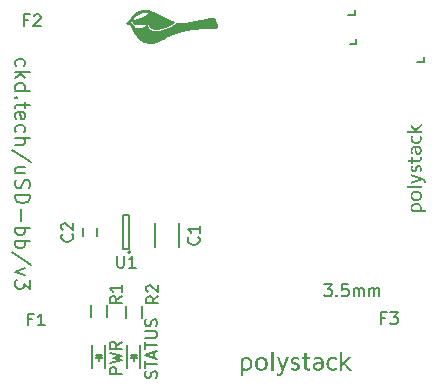
<source format=gto>
G04 #@! TF.FileFunction,Legend,Top*
%FSLAX46Y46*%
G04 Gerber Fmt 4.6, Leading zero omitted, Abs format (unit mm)*
G04 Created by KiCad (PCBNEW 4.0.1-stable) date Wednesday, April 13, 2016 'AMt' 11:34:57 AM*
%MOMM*%
G01*
G04 APERTURE LIST*
%ADD10C,0.100000*%
%ADD11C,0.200000*%
%ADD12C,0.150000*%
%ADD13C,0.010000*%
G04 APERTURE END LIST*
D10*
D11*
X130994048Y-99263095D02*
X130934524Y-99144048D01*
X130934524Y-98905952D01*
X130994048Y-98786905D01*
X131053571Y-98727381D01*
X131172619Y-98667857D01*
X131529762Y-98667857D01*
X131648810Y-98727381D01*
X131708333Y-98786905D01*
X131767857Y-98905952D01*
X131767857Y-99144048D01*
X131708333Y-99263095D01*
X130934524Y-99798810D02*
X132184524Y-99798810D01*
X131410714Y-99917858D02*
X130934524Y-100275001D01*
X131767857Y-100275001D02*
X131291667Y-99798810D01*
X130934524Y-101346429D02*
X132184524Y-101346429D01*
X130994048Y-101346429D02*
X130934524Y-101227382D01*
X130934524Y-100989286D01*
X130994048Y-100870239D01*
X131053571Y-100810715D01*
X131172619Y-100751191D01*
X131529762Y-100751191D01*
X131648810Y-100810715D01*
X131708333Y-100870239D01*
X131767857Y-100989286D01*
X131767857Y-101227382D01*
X131708333Y-101346429D01*
X131053571Y-101941667D02*
X130994048Y-102001191D01*
X130934524Y-101941667D01*
X130994048Y-101882143D01*
X131053571Y-101941667D01*
X130934524Y-101941667D01*
X131767857Y-102358334D02*
X131767857Y-102834524D01*
X132184524Y-102536905D02*
X131113095Y-102536905D01*
X130994048Y-102596429D01*
X130934524Y-102715476D01*
X130934524Y-102834524D01*
X130994048Y-103727382D02*
X130934524Y-103608334D01*
X130934524Y-103370239D01*
X130994048Y-103251191D01*
X131113095Y-103191667D01*
X131589286Y-103191667D01*
X131708333Y-103251191D01*
X131767857Y-103370239D01*
X131767857Y-103608334D01*
X131708333Y-103727382D01*
X131589286Y-103786905D01*
X131470238Y-103786905D01*
X131351190Y-103191667D01*
X130994048Y-104858334D02*
X130934524Y-104739287D01*
X130934524Y-104501191D01*
X130994048Y-104382144D01*
X131053571Y-104322620D01*
X131172619Y-104263096D01*
X131529762Y-104263096D01*
X131648810Y-104322620D01*
X131708333Y-104382144D01*
X131767857Y-104501191D01*
X131767857Y-104739287D01*
X131708333Y-104858334D01*
X130934524Y-105394049D02*
X132184524Y-105394049D01*
X130934524Y-105929763D02*
X131589286Y-105929763D01*
X131708333Y-105870240D01*
X131767857Y-105751192D01*
X131767857Y-105572620D01*
X131708333Y-105453573D01*
X131648810Y-105394049D01*
X132244048Y-107417858D02*
X130636905Y-106346430D01*
X131767857Y-108370239D02*
X130934524Y-108370239D01*
X131767857Y-107834525D02*
X131113095Y-107834525D01*
X130994048Y-107894049D01*
X130934524Y-108013096D01*
X130934524Y-108191668D01*
X130994048Y-108310716D01*
X131053571Y-108370239D01*
X130994048Y-108905953D02*
X130934524Y-109084525D01*
X130934524Y-109382144D01*
X130994048Y-109501191D01*
X131053571Y-109560715D01*
X131172619Y-109620239D01*
X131291667Y-109620239D01*
X131410714Y-109560715D01*
X131470238Y-109501191D01*
X131529762Y-109382144D01*
X131589286Y-109144048D01*
X131648810Y-109025001D01*
X131708333Y-108965477D01*
X131827381Y-108905953D01*
X131946429Y-108905953D01*
X132065476Y-108965477D01*
X132125000Y-109025001D01*
X132184524Y-109144048D01*
X132184524Y-109441668D01*
X132125000Y-109620239D01*
X130934524Y-110155953D02*
X132184524Y-110155953D01*
X132184524Y-110453572D01*
X132125000Y-110632144D01*
X132005952Y-110751191D01*
X131886905Y-110810715D01*
X131648810Y-110870239D01*
X131470238Y-110870239D01*
X131232143Y-110810715D01*
X131113095Y-110751191D01*
X130994048Y-110632144D01*
X130934524Y-110453572D01*
X130934524Y-110155953D01*
X131410714Y-111405953D02*
X131410714Y-112358334D01*
X130934524Y-112953572D02*
X132184524Y-112953572D01*
X131708333Y-112953572D02*
X131767857Y-113072620D01*
X131767857Y-113310715D01*
X131708333Y-113429763D01*
X131648810Y-113489286D01*
X131529762Y-113548810D01*
X131172619Y-113548810D01*
X131053571Y-113489286D01*
X130994048Y-113429763D01*
X130934524Y-113310715D01*
X130934524Y-113072620D01*
X130994048Y-112953572D01*
X130934524Y-114084524D02*
X132184524Y-114084524D01*
X131708333Y-114084524D02*
X131767857Y-114203572D01*
X131767857Y-114441667D01*
X131708333Y-114560715D01*
X131648810Y-114620238D01*
X131529762Y-114679762D01*
X131172619Y-114679762D01*
X131053571Y-114620238D01*
X130994048Y-114560715D01*
X130934524Y-114441667D01*
X130934524Y-114203572D01*
X130994048Y-114084524D01*
X132244048Y-116108333D02*
X130636905Y-115036905D01*
X131767857Y-116405952D02*
X130934524Y-116703571D01*
X131767857Y-117001191D01*
X132184524Y-117358333D02*
X132184524Y-118132143D01*
X131708333Y-117715476D01*
X131708333Y-117894048D01*
X131648810Y-118013095D01*
X131589286Y-118072619D01*
X131470238Y-118132143D01*
X131172619Y-118132143D01*
X131053571Y-118072619D01*
X130994048Y-118013095D01*
X130934524Y-117894048D01*
X130934524Y-117536905D01*
X130994048Y-117417857D01*
X131053571Y-117358333D01*
D12*
X142904762Y-125676191D02*
X142952381Y-125533334D01*
X142952381Y-125295238D01*
X142904762Y-125200000D01*
X142857143Y-125152381D01*
X142761905Y-125104762D01*
X142666667Y-125104762D01*
X142571429Y-125152381D01*
X142523810Y-125200000D01*
X142476190Y-125295238D01*
X142428571Y-125485715D01*
X142380952Y-125580953D01*
X142333333Y-125628572D01*
X142238095Y-125676191D01*
X142142857Y-125676191D01*
X142047619Y-125628572D01*
X142000000Y-125580953D01*
X141952381Y-125485715D01*
X141952381Y-125247619D01*
X142000000Y-125104762D01*
X141952381Y-124819048D02*
X141952381Y-124247619D01*
X142952381Y-124533334D02*
X141952381Y-124533334D01*
X142666667Y-123961905D02*
X142666667Y-123485714D01*
X142952381Y-124057143D02*
X141952381Y-123723810D01*
X142952381Y-123390476D01*
X141952381Y-123200000D02*
X141952381Y-122628571D01*
X142952381Y-122914286D02*
X141952381Y-122914286D01*
X141952381Y-122295238D02*
X142761905Y-122295238D01*
X142857143Y-122247619D01*
X142904762Y-122200000D01*
X142952381Y-122104762D01*
X142952381Y-121914285D01*
X142904762Y-121819047D01*
X142857143Y-121771428D01*
X142761905Y-121723809D01*
X141952381Y-121723809D01*
X142904762Y-121295238D02*
X142952381Y-121152381D01*
X142952381Y-120914285D01*
X142904762Y-120819047D01*
X142857143Y-120771428D01*
X142761905Y-120723809D01*
X142666667Y-120723809D01*
X142571429Y-120771428D01*
X142523810Y-120819047D01*
X142476190Y-120914285D01*
X142428571Y-121104762D01*
X142380952Y-121200000D01*
X142333333Y-121247619D01*
X142238095Y-121295238D01*
X142142857Y-121295238D01*
X142047619Y-121247619D01*
X142000000Y-121200000D01*
X141952381Y-121104762D01*
X141952381Y-120866666D01*
X142000000Y-120723809D01*
X139952381Y-125333333D02*
X138952381Y-125333333D01*
X138952381Y-124952380D01*
X139000000Y-124857142D01*
X139047619Y-124809523D01*
X139142857Y-124761904D01*
X139285714Y-124761904D01*
X139380952Y-124809523D01*
X139428571Y-124857142D01*
X139476190Y-124952380D01*
X139476190Y-125333333D01*
X138952381Y-124428571D02*
X139952381Y-124190476D01*
X139238095Y-123999999D01*
X139952381Y-123809523D01*
X138952381Y-123571428D01*
X139952381Y-122619047D02*
X139476190Y-122952381D01*
X139952381Y-123190476D02*
X138952381Y-123190476D01*
X138952381Y-122809523D01*
X139000000Y-122714285D01*
X139047619Y-122666666D01*
X139142857Y-122619047D01*
X139285714Y-122619047D01*
X139380952Y-122666666D01*
X139428571Y-122714285D01*
X139476190Y-122809523D01*
X139476190Y-123190476D01*
X157119048Y-117752381D02*
X157738096Y-117752381D01*
X157404762Y-118133333D01*
X157547620Y-118133333D01*
X157642858Y-118180952D01*
X157690477Y-118228571D01*
X157738096Y-118323810D01*
X157738096Y-118561905D01*
X157690477Y-118657143D01*
X157642858Y-118704762D01*
X157547620Y-118752381D01*
X157261905Y-118752381D01*
X157166667Y-118704762D01*
X157119048Y-118657143D01*
X158166667Y-118657143D02*
X158214286Y-118704762D01*
X158166667Y-118752381D01*
X158119048Y-118704762D01*
X158166667Y-118657143D01*
X158166667Y-118752381D01*
X159119048Y-117752381D02*
X158642857Y-117752381D01*
X158595238Y-118228571D01*
X158642857Y-118180952D01*
X158738095Y-118133333D01*
X158976191Y-118133333D01*
X159071429Y-118180952D01*
X159119048Y-118228571D01*
X159166667Y-118323810D01*
X159166667Y-118561905D01*
X159119048Y-118657143D01*
X159071429Y-118704762D01*
X158976191Y-118752381D01*
X158738095Y-118752381D01*
X158642857Y-118704762D01*
X158595238Y-118657143D01*
X159595238Y-118752381D02*
X159595238Y-118085714D01*
X159595238Y-118180952D02*
X159642857Y-118133333D01*
X159738095Y-118085714D01*
X159880953Y-118085714D01*
X159976191Y-118133333D01*
X160023810Y-118228571D01*
X160023810Y-118752381D01*
X160023810Y-118228571D02*
X160071429Y-118133333D01*
X160166667Y-118085714D01*
X160309524Y-118085714D01*
X160404762Y-118133333D01*
X160452381Y-118228571D01*
X160452381Y-118752381D01*
X160928571Y-118752381D02*
X160928571Y-118085714D01*
X160928571Y-118180952D02*
X160976190Y-118133333D01*
X161071428Y-118085714D01*
X161214286Y-118085714D01*
X161309524Y-118133333D01*
X161357143Y-118228571D01*
X161357143Y-118752381D01*
X161357143Y-118228571D02*
X161404762Y-118133333D01*
X161500000Y-118085714D01*
X161642857Y-118085714D01*
X161738095Y-118133333D01*
X161785714Y-118228571D01*
X161785714Y-118752381D01*
X159109620Y-94920560D02*
X159678580Y-94920560D01*
X159678580Y-94920560D02*
X159678580Y-94509080D01*
X164947700Y-98920560D02*
X165516660Y-98920560D01*
X165516660Y-98920560D02*
X165516660Y-98509080D01*
X159259620Y-97370560D02*
X159828580Y-97370560D01*
X159828580Y-97370560D02*
X159828580Y-96959080D01*
X144825000Y-114600000D02*
X144825000Y-112600000D01*
X142775000Y-112600000D02*
X142775000Y-114600000D01*
X136700000Y-113700000D02*
X136700000Y-113000000D01*
X137900000Y-113000000D02*
X137900000Y-113700000D01*
X137450000Y-122900000D02*
X137450000Y-124800000D01*
X138550000Y-122900000D02*
X138550000Y-124800000D01*
X138000000Y-123800000D02*
X138000000Y-124250000D01*
X138250000Y-123750000D02*
X137750000Y-123750000D01*
X138000000Y-123750000D02*
X138250000Y-124000000D01*
X138250000Y-124000000D02*
X137750000Y-124000000D01*
X137750000Y-124000000D02*
X138000000Y-123750000D01*
X140450000Y-122900000D02*
X140450000Y-124800000D01*
X141550000Y-122900000D02*
X141550000Y-124800000D01*
X141000000Y-123800000D02*
X141000000Y-124250000D01*
X141250000Y-123750000D02*
X140750000Y-123750000D01*
X141000000Y-123750000D02*
X141250000Y-124000000D01*
X141250000Y-124000000D02*
X140750000Y-124000000D01*
X140750000Y-124000000D02*
X141000000Y-123750000D01*
X138675000Y-119500000D02*
X138675000Y-120500000D01*
X137325000Y-120500000D02*
X137325000Y-119500000D01*
X141675000Y-119600000D02*
X141675000Y-120600000D01*
X140325000Y-120600000D02*
X140325000Y-119600000D01*
X140700000Y-115050000D02*
G75*
G03X140700000Y-115050000I-100000J0D01*
G01*
X140050000Y-114800000D02*
X140550000Y-114800000D01*
X140050000Y-111900000D02*
X140050000Y-114800000D01*
X140550000Y-111900000D02*
X140050000Y-111900000D01*
X140550000Y-114800000D02*
X140550000Y-111900000D01*
D13*
G36*
X141954710Y-94519742D02*
X141988065Y-94520711D01*
X142011653Y-94522228D01*
X142091789Y-94531955D01*
X142173758Y-94547253D01*
X142255701Y-94567681D01*
X142335758Y-94592796D01*
X142383541Y-94610493D01*
X142426347Y-94627482D01*
X142468596Y-94644539D01*
X142510667Y-94661839D01*
X142552939Y-94679558D01*
X142595789Y-94697874D01*
X142639595Y-94716961D01*
X142684736Y-94736995D01*
X142731589Y-94758154D01*
X142780533Y-94780612D01*
X142831945Y-94804546D01*
X142886204Y-94830132D01*
X142943687Y-94857546D01*
X143004774Y-94886964D01*
X143069841Y-94918562D01*
X143139268Y-94952517D01*
X143213431Y-94989003D01*
X143292710Y-95028198D01*
X143377481Y-95070277D01*
X143468124Y-95115417D01*
X143472153Y-95117426D01*
X143551946Y-95157125D01*
X143626001Y-95193758D01*
X143694816Y-95227553D01*
X143758891Y-95258740D01*
X143818725Y-95287551D01*
X143874817Y-95314213D01*
X143927666Y-95338957D01*
X143977772Y-95362014D01*
X144025634Y-95383612D01*
X144071750Y-95403982D01*
X144116621Y-95423354D01*
X144160745Y-95441956D01*
X144204621Y-95460021D01*
X144248749Y-95477776D01*
X144290598Y-95494269D01*
X144314243Y-95503530D01*
X144335881Y-95512058D01*
X144354594Y-95519487D01*
X144369464Y-95525450D01*
X144379573Y-95529583D01*
X144383972Y-95531501D01*
X144384988Y-95533865D01*
X144382632Y-95538645D01*
X144376411Y-95546483D01*
X144365837Y-95558023D01*
X144355750Y-95568474D01*
X144298555Y-95622600D01*
X144234755Y-95674757D01*
X144164551Y-95724846D01*
X144088140Y-95772769D01*
X144005723Y-95818425D01*
X143917498Y-95861717D01*
X143823665Y-95902546D01*
X143724422Y-95940812D01*
X143619969Y-95976417D01*
X143510504Y-96009262D01*
X143419236Y-96033540D01*
X143311653Y-96059136D01*
X143209570Y-96080398D01*
X143112918Y-96097325D01*
X143021629Y-96109916D01*
X142935636Y-96118170D01*
X142854870Y-96122088D01*
X142779264Y-96121668D01*
X142708748Y-96116910D01*
X142643256Y-96107814D01*
X142582719Y-96094378D01*
X142527069Y-96076602D01*
X142476237Y-96054486D01*
X142430157Y-96028029D01*
X142425283Y-96024792D01*
X142406567Y-96010712D01*
X142385977Y-95992815D01*
X142365462Y-95972989D01*
X142346975Y-95953121D01*
X142332467Y-95935098D01*
X142332249Y-95934796D01*
X142310643Y-95899690D01*
X142292364Y-95859925D01*
X142278068Y-95817369D01*
X142268407Y-95773891D01*
X142264563Y-95741322D01*
X142262125Y-95706075D01*
X142196861Y-95700151D01*
X142175600Y-95698247D01*
X142156304Y-95696565D01*
X142140259Y-95695215D01*
X142128751Y-95694305D01*
X142123228Y-95693947D01*
X142117499Y-95693127D01*
X142117862Y-95690173D01*
X142119700Y-95687780D01*
X142122206Y-95684046D01*
X142120247Y-95683062D01*
X142112652Y-95684302D01*
X142112195Y-95684395D01*
X142083402Y-95690018D01*
X142049443Y-95696305D01*
X142012141Y-95702942D01*
X141973316Y-95709618D01*
X141934791Y-95716019D01*
X141898388Y-95721832D01*
X141865929Y-95726745D01*
X141863486Y-95727100D01*
X141782912Y-95737996D01*
X141708021Y-95746419D01*
X141637880Y-95752343D01*
X141571555Y-95755744D01*
X141508112Y-95756596D01*
X141446617Y-95754874D01*
X141386137Y-95750552D01*
X141325738Y-95743606D01*
X141264486Y-95734011D01*
X141201447Y-95721741D01*
X141139022Y-95707576D01*
X141118781Y-95702551D01*
X141096071Y-95696658D01*
X141071883Y-95690181D01*
X141047209Y-95683404D01*
X141023040Y-95676608D01*
X141000368Y-95670079D01*
X140980185Y-95664099D01*
X140963483Y-95658952D01*
X140951254Y-95654921D01*
X140944488Y-95652289D01*
X140943566Y-95651724D01*
X140942791Y-95647976D01*
X140941361Y-95638155D01*
X140939385Y-95623201D01*
X140936971Y-95604055D01*
X140934230Y-95581658D01*
X140931271Y-95556950D01*
X140928203Y-95530871D01*
X140925135Y-95504363D01*
X140922177Y-95478366D01*
X140919438Y-95453821D01*
X140917027Y-95431668D01*
X140915053Y-95412848D01*
X140913626Y-95398301D01*
X140912856Y-95388969D01*
X140912750Y-95386513D01*
X140915981Y-95384892D01*
X140924738Y-95382314D01*
X140937621Y-95379158D01*
X140950674Y-95376320D01*
X141062843Y-95352094D01*
X141170877Y-95326570D01*
X141274350Y-95299870D01*
X141372836Y-95272119D01*
X141465907Y-95243443D01*
X141553136Y-95213966D01*
X141634097Y-95183812D01*
X141694873Y-95158941D01*
X141791354Y-95114433D01*
X141882826Y-95065507D01*
X141970180Y-95011614D01*
X142054308Y-94952202D01*
X142136008Y-94886801D01*
X142152297Y-94872731D01*
X142169777Y-94857209D01*
X142187670Y-94840973D01*
X142205197Y-94824760D01*
X142221580Y-94809307D01*
X142236041Y-94795349D01*
X142247800Y-94783625D01*
X142256080Y-94774870D01*
X142260101Y-94769822D01*
X142260361Y-94769115D01*
X142257110Y-94766617D01*
X142248072Y-94762803D01*
X142234325Y-94758001D01*
X142216944Y-94752535D01*
X142197005Y-94746732D01*
X142175586Y-94740917D01*
X142153761Y-94735417D01*
X142134184Y-94730901D01*
X142064960Y-94717922D01*
X141998054Y-94709990D01*
X141931839Y-94707067D01*
X141864685Y-94709115D01*
X141794963Y-94716096D01*
X141754493Y-94722096D01*
X141658180Y-94740856D01*
X141566411Y-94764807D01*
X141479248Y-94793917D01*
X141396756Y-94828158D01*
X141318996Y-94867499D01*
X141246032Y-94911909D01*
X141177926Y-94961359D01*
X141114742Y-95015818D01*
X141089139Y-95040731D01*
X141038494Y-95096095D01*
X140994450Y-95153280D01*
X140957101Y-95212148D01*
X140926539Y-95272560D01*
X140912795Y-95306028D01*
X140901307Y-95336432D01*
X140755263Y-95474996D01*
X140728489Y-95500468D01*
X140703372Y-95524499D01*
X140680360Y-95546652D01*
X140659900Y-95566490D01*
X140642438Y-95583575D01*
X140628421Y-95597472D01*
X140618298Y-95607742D01*
X140612514Y-95613950D01*
X140611302Y-95615690D01*
X140614842Y-95617513D01*
X140624198Y-95621927D01*
X140638740Y-95628645D01*
X140657842Y-95637381D01*
X140680876Y-95647849D01*
X140707212Y-95659763D01*
X140736225Y-95672837D01*
X140767286Y-95686784D01*
X140770834Y-95688375D01*
X140928283Y-95758931D01*
X140948397Y-95829486D01*
X140962426Y-95877561D01*
X140976124Y-95921940D01*
X140990476Y-95965693D01*
X141006469Y-96011894D01*
X141011638Y-96026422D01*
X141018304Y-96044496D01*
X141023501Y-96056977D01*
X141027837Y-96065013D01*
X141031920Y-96069755D01*
X141035801Y-96072121D01*
X141042334Y-96073374D01*
X141054938Y-96074399D01*
X141072632Y-96075198D01*
X141094436Y-96075771D01*
X141119368Y-96076120D01*
X141146448Y-96076246D01*
X141174694Y-96076150D01*
X141203127Y-96075833D01*
X141230765Y-96075297D01*
X141256627Y-96074542D01*
X141279733Y-96073570D01*
X141299101Y-96072382D01*
X141306098Y-96071800D01*
X141348615Y-96067639D01*
X141392437Y-96062920D01*
X141436678Y-96057767D01*
X141480449Y-96052304D01*
X141522864Y-96046654D01*
X141563037Y-96040940D01*
X141600079Y-96035287D01*
X141633105Y-96029818D01*
X141661228Y-96024657D01*
X141683560Y-96019927D01*
X141690625Y-96018196D01*
X141747051Y-96000188D01*
X141803259Y-95975555D01*
X141858619Y-95944716D01*
X141912503Y-95908088D01*
X141964283Y-95866091D01*
X142013331Y-95819142D01*
X142049231Y-95779419D01*
X142060382Y-95766365D01*
X142067812Y-95758129D01*
X142072317Y-95754108D01*
X142074696Y-95753703D01*
X142075744Y-95756312D01*
X142076076Y-95759177D01*
X142084928Y-95821029D01*
X142100125Y-95881195D01*
X142121367Y-95939025D01*
X142148355Y-95993868D01*
X142180792Y-96045075D01*
X142218378Y-96091994D01*
X142238870Y-96113506D01*
X142286020Y-96155375D01*
X142337880Y-96192239D01*
X142394477Y-96224103D01*
X142455836Y-96250972D01*
X142521984Y-96272847D01*
X142592947Y-96289735D01*
X142668750Y-96301639D01*
X142749419Y-96308562D01*
X142834981Y-96310510D01*
X142925460Y-96307486D01*
X143020884Y-96299493D01*
X143121277Y-96286537D01*
X143226666Y-96268621D01*
X143228736Y-96268229D01*
X143362040Y-96240715D01*
X143490610Y-96209678D01*
X143614222Y-96175198D01*
X143732650Y-96137354D01*
X143845672Y-96096225D01*
X143953063Y-96051891D01*
X144054597Y-96004429D01*
X144150052Y-95953920D01*
X144196556Y-95926871D01*
X144268432Y-95881622D01*
X144333929Y-95835957D01*
X144393722Y-95789299D01*
X144448486Y-95741071D01*
X144498895Y-95690694D01*
X144545624Y-95637593D01*
X144569292Y-95607935D01*
X144576348Y-95598793D01*
X144609885Y-95605455D01*
X144714889Y-95622936D01*
X144819330Y-95633496D01*
X144923815Y-95637171D01*
X145028949Y-95633997D01*
X145054361Y-95632219D01*
X145143685Y-95624517D01*
X145239546Y-95614773D01*
X145341740Y-95603024D01*
X145450062Y-95589304D01*
X145564307Y-95573649D01*
X145684270Y-95556094D01*
X145809745Y-95536676D01*
X145940528Y-95515428D01*
X146076414Y-95492388D01*
X146217197Y-95467589D01*
X146362673Y-95441068D01*
X146512636Y-95412860D01*
X146666882Y-95383000D01*
X146825205Y-95351525D01*
X146987401Y-95318468D01*
X147153264Y-95283866D01*
X147322589Y-95247754D01*
X147487083Y-95211946D01*
X147522540Y-95204219D01*
X147556328Y-95196982D01*
X147587744Y-95190378D01*
X147616082Y-95184550D01*
X147640639Y-95179638D01*
X147660711Y-95175785D01*
X147675595Y-95173134D01*
X147684586Y-95171825D01*
X147686402Y-95171710D01*
X147710853Y-95175325D01*
X147733020Y-95185489D01*
X147752465Y-95201940D01*
X147765298Y-95218714D01*
X147781220Y-95244601D01*
X147799408Y-95275862D01*
X147819273Y-95311421D01*
X147840229Y-95350199D01*
X147861687Y-95391119D01*
X147883058Y-95433103D01*
X147890724Y-95448486D01*
X147920533Y-95510291D01*
X147946152Y-95567008D01*
X147967736Y-95619113D01*
X147985437Y-95667077D01*
X147999410Y-95711376D01*
X148009807Y-95752481D01*
X148016783Y-95790868D01*
X148020490Y-95827009D01*
X148021223Y-95851017D01*
X148019855Y-95885658D01*
X148015603Y-95914824D01*
X148008245Y-95939574D01*
X147998407Y-95959576D01*
X147985372Y-95978408D01*
X147971151Y-95992507D01*
X147953422Y-96004103D01*
X147950516Y-96005661D01*
X147940170Y-96010668D01*
X147928802Y-96015256D01*
X147916049Y-96019454D01*
X147901542Y-96023295D01*
X147884918Y-96026806D01*
X147865811Y-96030019D01*
X147843854Y-96032964D01*
X147818682Y-96035671D01*
X147789929Y-96038170D01*
X147757230Y-96040491D01*
X147720219Y-96042664D01*
X147678530Y-96044720D01*
X147631798Y-96046689D01*
X147579657Y-96048601D01*
X147521742Y-96050486D01*
X147457685Y-96052374D01*
X147387123Y-96054296D01*
X147349181Y-96055282D01*
X147229555Y-96058512D01*
X147116447Y-96061915D01*
X147009322Y-96065525D01*
X146907645Y-96069372D01*
X146810878Y-96073490D01*
X146718487Y-96077910D01*
X146629937Y-96082664D01*
X146544690Y-96087786D01*
X146462212Y-96093306D01*
X146381967Y-96099258D01*
X146303420Y-96105673D01*
X146226033Y-96112583D01*
X146149273Y-96120022D01*
X146072603Y-96128020D01*
X145995487Y-96136611D01*
X145994514Y-96136723D01*
X145856765Y-96153667D01*
X145723516Y-96172414D01*
X145593549Y-96193216D01*
X145465649Y-96216325D01*
X145338599Y-96241993D01*
X145211181Y-96270474D01*
X145082181Y-96302018D01*
X144950381Y-96336880D01*
X144814564Y-96375310D01*
X144744101Y-96396143D01*
X144716987Y-96404416D01*
X144685101Y-96414394D01*
X144649282Y-96425799D01*
X144610367Y-96438350D01*
X144569195Y-96451768D01*
X144526606Y-96465772D01*
X144483438Y-96480082D01*
X144440530Y-96494419D01*
X144398720Y-96508503D01*
X144358847Y-96522054D01*
X144321751Y-96534791D01*
X144288268Y-96546436D01*
X144259239Y-96556707D01*
X144235502Y-96565326D01*
X144222325Y-96570287D01*
X144175900Y-96588714D01*
X144129052Y-96608455D01*
X144081172Y-96629814D01*
X144031650Y-96653099D01*
X143979877Y-96678614D01*
X143925244Y-96706665D01*
X143867142Y-96737558D01*
X143804962Y-96771598D01*
X143738093Y-96809091D01*
X143678528Y-96843090D01*
X143646877Y-96861282D01*
X143611373Y-96881686D01*
X143573969Y-96903181D01*
X143536618Y-96924643D01*
X143501271Y-96944953D01*
X143469882Y-96962987D01*
X143466861Y-96964722D01*
X143392151Y-97007228D01*
X143322611Y-97045860D01*
X143257666Y-97080832D01*
X143196738Y-97112361D01*
X143139249Y-97140662D01*
X143084623Y-97165950D01*
X143032282Y-97188442D01*
X142981649Y-97208353D01*
X142932146Y-97225898D01*
X142883197Y-97241294D01*
X142834224Y-97254755D01*
X142784649Y-97266498D01*
X142733896Y-97276738D01*
X142681387Y-97285691D01*
X142626545Y-97293573D01*
X142568792Y-97300598D01*
X142567278Y-97300768D01*
X142548693Y-97302405D01*
X142524406Y-97303872D01*
X142495621Y-97305152D01*
X142463537Y-97306227D01*
X142429357Y-97307078D01*
X142394282Y-97307688D01*
X142359513Y-97308037D01*
X142326253Y-97308108D01*
X142295702Y-97307882D01*
X142269062Y-97307342D01*
X142247534Y-97306469D01*
X142237431Y-97305766D01*
X142141437Y-97294796D01*
X142048591Y-97278944D01*
X141959357Y-97258340D01*
X141874199Y-97233112D01*
X141793580Y-97203390D01*
X141717963Y-97169303D01*
X141683570Y-97151423D01*
X141599499Y-97101747D01*
X141518006Y-97045614D01*
X141439071Y-96983003D01*
X141362676Y-96913893D01*
X141288800Y-96838264D01*
X141217424Y-96756095D01*
X141148528Y-96667366D01*
X141082092Y-96572057D01*
X141018098Y-96470145D01*
X140994143Y-96429208D01*
X140944336Y-96337801D01*
X140899157Y-96244995D01*
X140858144Y-96149669D01*
X140820834Y-96050702D01*
X140786764Y-95946973D01*
X140766318Y-95877111D01*
X140748063Y-95811847D01*
X140623150Y-95761265D01*
X140590801Y-95748164D01*
X140556720Y-95734360D01*
X140522371Y-95720446D01*
X140489218Y-95707013D01*
X140458725Y-95694657D01*
X140432356Y-95683970D01*
X140418125Y-95678200D01*
X140338013Y-95645719D01*
X140712699Y-95310903D01*
X140727975Y-95265042D01*
X140747971Y-95212558D01*
X140773359Y-95158304D01*
X140803290Y-95103803D01*
X140836916Y-95050580D01*
X140873391Y-95000159D01*
X140880077Y-94991644D01*
X140895188Y-94973691D01*
X140914455Y-94952394D01*
X140936654Y-94928976D01*
X140960561Y-94904659D01*
X140984953Y-94880663D01*
X141008606Y-94858213D01*
X141030297Y-94838529D01*
X141048802Y-94822834D01*
X141050334Y-94821608D01*
X141126271Y-94765687D01*
X141206675Y-94715202D01*
X141291488Y-94670177D01*
X141380648Y-94630636D01*
X141474097Y-94596603D01*
X141571776Y-94568101D01*
X141673624Y-94545155D01*
X141779582Y-94527789D01*
X141780584Y-94527654D01*
X141809559Y-94524531D01*
X141843508Y-94522131D01*
X141880383Y-94520500D01*
X141918133Y-94519688D01*
X141954710Y-94519742D01*
X141954710Y-94519742D01*
G37*
X141954710Y-94519742D02*
X141988065Y-94520711D01*
X142011653Y-94522228D01*
X142091789Y-94531955D01*
X142173758Y-94547253D01*
X142255701Y-94567681D01*
X142335758Y-94592796D01*
X142383541Y-94610493D01*
X142426347Y-94627482D01*
X142468596Y-94644539D01*
X142510667Y-94661839D01*
X142552939Y-94679558D01*
X142595789Y-94697874D01*
X142639595Y-94716961D01*
X142684736Y-94736995D01*
X142731589Y-94758154D01*
X142780533Y-94780612D01*
X142831945Y-94804546D01*
X142886204Y-94830132D01*
X142943687Y-94857546D01*
X143004774Y-94886964D01*
X143069841Y-94918562D01*
X143139268Y-94952517D01*
X143213431Y-94989003D01*
X143292710Y-95028198D01*
X143377481Y-95070277D01*
X143468124Y-95115417D01*
X143472153Y-95117426D01*
X143551946Y-95157125D01*
X143626001Y-95193758D01*
X143694816Y-95227553D01*
X143758891Y-95258740D01*
X143818725Y-95287551D01*
X143874817Y-95314213D01*
X143927666Y-95338957D01*
X143977772Y-95362014D01*
X144025634Y-95383612D01*
X144071750Y-95403982D01*
X144116621Y-95423354D01*
X144160745Y-95441956D01*
X144204621Y-95460021D01*
X144248749Y-95477776D01*
X144290598Y-95494269D01*
X144314243Y-95503530D01*
X144335881Y-95512058D01*
X144354594Y-95519487D01*
X144369464Y-95525450D01*
X144379573Y-95529583D01*
X144383972Y-95531501D01*
X144384988Y-95533865D01*
X144382632Y-95538645D01*
X144376411Y-95546483D01*
X144365837Y-95558023D01*
X144355750Y-95568474D01*
X144298555Y-95622600D01*
X144234755Y-95674757D01*
X144164551Y-95724846D01*
X144088140Y-95772769D01*
X144005723Y-95818425D01*
X143917498Y-95861717D01*
X143823665Y-95902546D01*
X143724422Y-95940812D01*
X143619969Y-95976417D01*
X143510504Y-96009262D01*
X143419236Y-96033540D01*
X143311653Y-96059136D01*
X143209570Y-96080398D01*
X143112918Y-96097325D01*
X143021629Y-96109916D01*
X142935636Y-96118170D01*
X142854870Y-96122088D01*
X142779264Y-96121668D01*
X142708748Y-96116910D01*
X142643256Y-96107814D01*
X142582719Y-96094378D01*
X142527069Y-96076602D01*
X142476237Y-96054486D01*
X142430157Y-96028029D01*
X142425283Y-96024792D01*
X142406567Y-96010712D01*
X142385977Y-95992815D01*
X142365462Y-95972989D01*
X142346975Y-95953121D01*
X142332467Y-95935098D01*
X142332249Y-95934796D01*
X142310643Y-95899690D01*
X142292364Y-95859925D01*
X142278068Y-95817369D01*
X142268407Y-95773891D01*
X142264563Y-95741322D01*
X142262125Y-95706075D01*
X142196861Y-95700151D01*
X142175600Y-95698247D01*
X142156304Y-95696565D01*
X142140259Y-95695215D01*
X142128751Y-95694305D01*
X142123228Y-95693947D01*
X142117499Y-95693127D01*
X142117862Y-95690173D01*
X142119700Y-95687780D01*
X142122206Y-95684046D01*
X142120247Y-95683062D01*
X142112652Y-95684302D01*
X142112195Y-95684395D01*
X142083402Y-95690018D01*
X142049443Y-95696305D01*
X142012141Y-95702942D01*
X141973316Y-95709618D01*
X141934791Y-95716019D01*
X141898388Y-95721832D01*
X141865929Y-95726745D01*
X141863486Y-95727100D01*
X141782912Y-95737996D01*
X141708021Y-95746419D01*
X141637880Y-95752343D01*
X141571555Y-95755744D01*
X141508112Y-95756596D01*
X141446617Y-95754874D01*
X141386137Y-95750552D01*
X141325738Y-95743606D01*
X141264486Y-95734011D01*
X141201447Y-95721741D01*
X141139022Y-95707576D01*
X141118781Y-95702551D01*
X141096071Y-95696658D01*
X141071883Y-95690181D01*
X141047209Y-95683404D01*
X141023040Y-95676608D01*
X141000368Y-95670079D01*
X140980185Y-95664099D01*
X140963483Y-95658952D01*
X140951254Y-95654921D01*
X140944488Y-95652289D01*
X140943566Y-95651724D01*
X140942791Y-95647976D01*
X140941361Y-95638155D01*
X140939385Y-95623201D01*
X140936971Y-95604055D01*
X140934230Y-95581658D01*
X140931271Y-95556950D01*
X140928203Y-95530871D01*
X140925135Y-95504363D01*
X140922177Y-95478366D01*
X140919438Y-95453821D01*
X140917027Y-95431668D01*
X140915053Y-95412848D01*
X140913626Y-95398301D01*
X140912856Y-95388969D01*
X140912750Y-95386513D01*
X140915981Y-95384892D01*
X140924738Y-95382314D01*
X140937621Y-95379158D01*
X140950674Y-95376320D01*
X141062843Y-95352094D01*
X141170877Y-95326570D01*
X141274350Y-95299870D01*
X141372836Y-95272119D01*
X141465907Y-95243443D01*
X141553136Y-95213966D01*
X141634097Y-95183812D01*
X141694873Y-95158941D01*
X141791354Y-95114433D01*
X141882826Y-95065507D01*
X141970180Y-95011614D01*
X142054308Y-94952202D01*
X142136008Y-94886801D01*
X142152297Y-94872731D01*
X142169777Y-94857209D01*
X142187670Y-94840973D01*
X142205197Y-94824760D01*
X142221580Y-94809307D01*
X142236041Y-94795349D01*
X142247800Y-94783625D01*
X142256080Y-94774870D01*
X142260101Y-94769822D01*
X142260361Y-94769115D01*
X142257110Y-94766617D01*
X142248072Y-94762803D01*
X142234325Y-94758001D01*
X142216944Y-94752535D01*
X142197005Y-94746732D01*
X142175586Y-94740917D01*
X142153761Y-94735417D01*
X142134184Y-94730901D01*
X142064960Y-94717922D01*
X141998054Y-94709990D01*
X141931839Y-94707067D01*
X141864685Y-94709115D01*
X141794963Y-94716096D01*
X141754493Y-94722096D01*
X141658180Y-94740856D01*
X141566411Y-94764807D01*
X141479248Y-94793917D01*
X141396756Y-94828158D01*
X141318996Y-94867499D01*
X141246032Y-94911909D01*
X141177926Y-94961359D01*
X141114742Y-95015818D01*
X141089139Y-95040731D01*
X141038494Y-95096095D01*
X140994450Y-95153280D01*
X140957101Y-95212148D01*
X140926539Y-95272560D01*
X140912795Y-95306028D01*
X140901307Y-95336432D01*
X140755263Y-95474996D01*
X140728489Y-95500468D01*
X140703372Y-95524499D01*
X140680360Y-95546652D01*
X140659900Y-95566490D01*
X140642438Y-95583575D01*
X140628421Y-95597472D01*
X140618298Y-95607742D01*
X140612514Y-95613950D01*
X140611302Y-95615690D01*
X140614842Y-95617513D01*
X140624198Y-95621927D01*
X140638740Y-95628645D01*
X140657842Y-95637381D01*
X140680876Y-95647849D01*
X140707212Y-95659763D01*
X140736225Y-95672837D01*
X140767286Y-95686784D01*
X140770834Y-95688375D01*
X140928283Y-95758931D01*
X140948397Y-95829486D01*
X140962426Y-95877561D01*
X140976124Y-95921940D01*
X140990476Y-95965693D01*
X141006469Y-96011894D01*
X141011638Y-96026422D01*
X141018304Y-96044496D01*
X141023501Y-96056977D01*
X141027837Y-96065013D01*
X141031920Y-96069755D01*
X141035801Y-96072121D01*
X141042334Y-96073374D01*
X141054938Y-96074399D01*
X141072632Y-96075198D01*
X141094436Y-96075771D01*
X141119368Y-96076120D01*
X141146448Y-96076246D01*
X141174694Y-96076150D01*
X141203127Y-96075833D01*
X141230765Y-96075297D01*
X141256627Y-96074542D01*
X141279733Y-96073570D01*
X141299101Y-96072382D01*
X141306098Y-96071800D01*
X141348615Y-96067639D01*
X141392437Y-96062920D01*
X141436678Y-96057767D01*
X141480449Y-96052304D01*
X141522864Y-96046654D01*
X141563037Y-96040940D01*
X141600079Y-96035287D01*
X141633105Y-96029818D01*
X141661228Y-96024657D01*
X141683560Y-96019927D01*
X141690625Y-96018196D01*
X141747051Y-96000188D01*
X141803259Y-95975555D01*
X141858619Y-95944716D01*
X141912503Y-95908088D01*
X141964283Y-95866091D01*
X142013331Y-95819142D01*
X142049231Y-95779419D01*
X142060382Y-95766365D01*
X142067812Y-95758129D01*
X142072317Y-95754108D01*
X142074696Y-95753703D01*
X142075744Y-95756312D01*
X142076076Y-95759177D01*
X142084928Y-95821029D01*
X142100125Y-95881195D01*
X142121367Y-95939025D01*
X142148355Y-95993868D01*
X142180792Y-96045075D01*
X142218378Y-96091994D01*
X142238870Y-96113506D01*
X142286020Y-96155375D01*
X142337880Y-96192239D01*
X142394477Y-96224103D01*
X142455836Y-96250972D01*
X142521984Y-96272847D01*
X142592947Y-96289735D01*
X142668750Y-96301639D01*
X142749419Y-96308562D01*
X142834981Y-96310510D01*
X142925460Y-96307486D01*
X143020884Y-96299493D01*
X143121277Y-96286537D01*
X143226666Y-96268621D01*
X143228736Y-96268229D01*
X143362040Y-96240715D01*
X143490610Y-96209678D01*
X143614222Y-96175198D01*
X143732650Y-96137354D01*
X143845672Y-96096225D01*
X143953063Y-96051891D01*
X144054597Y-96004429D01*
X144150052Y-95953920D01*
X144196556Y-95926871D01*
X144268432Y-95881622D01*
X144333929Y-95835957D01*
X144393722Y-95789299D01*
X144448486Y-95741071D01*
X144498895Y-95690694D01*
X144545624Y-95637593D01*
X144569292Y-95607935D01*
X144576348Y-95598793D01*
X144609885Y-95605455D01*
X144714889Y-95622936D01*
X144819330Y-95633496D01*
X144923815Y-95637171D01*
X145028949Y-95633997D01*
X145054361Y-95632219D01*
X145143685Y-95624517D01*
X145239546Y-95614773D01*
X145341740Y-95603024D01*
X145450062Y-95589304D01*
X145564307Y-95573649D01*
X145684270Y-95556094D01*
X145809745Y-95536676D01*
X145940528Y-95515428D01*
X146076414Y-95492388D01*
X146217197Y-95467589D01*
X146362673Y-95441068D01*
X146512636Y-95412860D01*
X146666882Y-95383000D01*
X146825205Y-95351525D01*
X146987401Y-95318468D01*
X147153264Y-95283866D01*
X147322589Y-95247754D01*
X147487083Y-95211946D01*
X147522540Y-95204219D01*
X147556328Y-95196982D01*
X147587744Y-95190378D01*
X147616082Y-95184550D01*
X147640639Y-95179638D01*
X147660711Y-95175785D01*
X147675595Y-95173134D01*
X147684586Y-95171825D01*
X147686402Y-95171710D01*
X147710853Y-95175325D01*
X147733020Y-95185489D01*
X147752465Y-95201940D01*
X147765298Y-95218714D01*
X147781220Y-95244601D01*
X147799408Y-95275862D01*
X147819273Y-95311421D01*
X147840229Y-95350199D01*
X147861687Y-95391119D01*
X147883058Y-95433103D01*
X147890724Y-95448486D01*
X147920533Y-95510291D01*
X147946152Y-95567008D01*
X147967736Y-95619113D01*
X147985437Y-95667077D01*
X147999410Y-95711376D01*
X148009807Y-95752481D01*
X148016783Y-95790868D01*
X148020490Y-95827009D01*
X148021223Y-95851017D01*
X148019855Y-95885658D01*
X148015603Y-95914824D01*
X148008245Y-95939574D01*
X147998407Y-95959576D01*
X147985372Y-95978408D01*
X147971151Y-95992507D01*
X147953422Y-96004103D01*
X147950516Y-96005661D01*
X147940170Y-96010668D01*
X147928802Y-96015256D01*
X147916049Y-96019454D01*
X147901542Y-96023295D01*
X147884918Y-96026806D01*
X147865811Y-96030019D01*
X147843854Y-96032964D01*
X147818682Y-96035671D01*
X147789929Y-96038170D01*
X147757230Y-96040491D01*
X147720219Y-96042664D01*
X147678530Y-96044720D01*
X147631798Y-96046689D01*
X147579657Y-96048601D01*
X147521742Y-96050486D01*
X147457685Y-96052374D01*
X147387123Y-96054296D01*
X147349181Y-96055282D01*
X147229555Y-96058512D01*
X147116447Y-96061915D01*
X147009322Y-96065525D01*
X146907645Y-96069372D01*
X146810878Y-96073490D01*
X146718487Y-96077910D01*
X146629937Y-96082664D01*
X146544690Y-96087786D01*
X146462212Y-96093306D01*
X146381967Y-96099258D01*
X146303420Y-96105673D01*
X146226033Y-96112583D01*
X146149273Y-96120022D01*
X146072603Y-96128020D01*
X145995487Y-96136611D01*
X145994514Y-96136723D01*
X145856765Y-96153667D01*
X145723516Y-96172414D01*
X145593549Y-96193216D01*
X145465649Y-96216325D01*
X145338599Y-96241993D01*
X145211181Y-96270474D01*
X145082181Y-96302018D01*
X144950381Y-96336880D01*
X144814564Y-96375310D01*
X144744101Y-96396143D01*
X144716987Y-96404416D01*
X144685101Y-96414394D01*
X144649282Y-96425799D01*
X144610367Y-96438350D01*
X144569195Y-96451768D01*
X144526606Y-96465772D01*
X144483438Y-96480082D01*
X144440530Y-96494419D01*
X144398720Y-96508503D01*
X144358847Y-96522054D01*
X144321751Y-96534791D01*
X144288268Y-96546436D01*
X144259239Y-96556707D01*
X144235502Y-96565326D01*
X144222325Y-96570287D01*
X144175900Y-96588714D01*
X144129052Y-96608455D01*
X144081172Y-96629814D01*
X144031650Y-96653099D01*
X143979877Y-96678614D01*
X143925244Y-96706665D01*
X143867142Y-96737558D01*
X143804962Y-96771598D01*
X143738093Y-96809091D01*
X143678528Y-96843090D01*
X143646877Y-96861282D01*
X143611373Y-96881686D01*
X143573969Y-96903181D01*
X143536618Y-96924643D01*
X143501271Y-96944953D01*
X143469882Y-96962987D01*
X143466861Y-96964722D01*
X143392151Y-97007228D01*
X143322611Y-97045860D01*
X143257666Y-97080832D01*
X143196738Y-97112361D01*
X143139249Y-97140662D01*
X143084623Y-97165950D01*
X143032282Y-97188442D01*
X142981649Y-97208353D01*
X142932146Y-97225898D01*
X142883197Y-97241294D01*
X142834224Y-97254755D01*
X142784649Y-97266498D01*
X142733896Y-97276738D01*
X142681387Y-97285691D01*
X142626545Y-97293573D01*
X142568792Y-97300598D01*
X142567278Y-97300768D01*
X142548693Y-97302405D01*
X142524406Y-97303872D01*
X142495621Y-97305152D01*
X142463537Y-97306227D01*
X142429357Y-97307078D01*
X142394282Y-97307688D01*
X142359513Y-97308037D01*
X142326253Y-97308108D01*
X142295702Y-97307882D01*
X142269062Y-97307342D01*
X142247534Y-97306469D01*
X142237431Y-97305766D01*
X142141437Y-97294796D01*
X142048591Y-97278944D01*
X141959357Y-97258340D01*
X141874199Y-97233112D01*
X141793580Y-97203390D01*
X141717963Y-97169303D01*
X141683570Y-97151423D01*
X141599499Y-97101747D01*
X141518006Y-97045614D01*
X141439071Y-96983003D01*
X141362676Y-96913893D01*
X141288800Y-96838264D01*
X141217424Y-96756095D01*
X141148528Y-96667366D01*
X141082092Y-96572057D01*
X141018098Y-96470145D01*
X140994143Y-96429208D01*
X140944336Y-96337801D01*
X140899157Y-96244995D01*
X140858144Y-96149669D01*
X140820834Y-96050702D01*
X140786764Y-95946973D01*
X140766318Y-95877111D01*
X140748063Y-95811847D01*
X140623150Y-95761265D01*
X140590801Y-95748164D01*
X140556720Y-95734360D01*
X140522371Y-95720446D01*
X140489218Y-95707013D01*
X140458725Y-95694657D01*
X140432356Y-95683970D01*
X140418125Y-95678200D01*
X140338013Y-95645719D01*
X140712699Y-95310903D01*
X140727975Y-95265042D01*
X140747971Y-95212558D01*
X140773359Y-95158304D01*
X140803290Y-95103803D01*
X140836916Y-95050580D01*
X140873391Y-95000159D01*
X140880077Y-94991644D01*
X140895188Y-94973691D01*
X140914455Y-94952394D01*
X140936654Y-94928976D01*
X140960561Y-94904659D01*
X140984953Y-94880663D01*
X141008606Y-94858213D01*
X141030297Y-94838529D01*
X141048802Y-94822834D01*
X141050334Y-94821608D01*
X141126271Y-94765687D01*
X141206675Y-94715202D01*
X141291488Y-94670177D01*
X141380648Y-94630636D01*
X141474097Y-94596603D01*
X141571776Y-94568101D01*
X141673624Y-94545155D01*
X141779582Y-94527789D01*
X141780584Y-94527654D01*
X141809559Y-94524531D01*
X141843508Y-94522131D01*
X141880383Y-94520500D01*
X141918133Y-94519688D01*
X141954710Y-94519742D01*
D10*
G36*
X165687579Y-111654438D02*
X164719203Y-111654438D01*
X164601191Y-111426039D01*
X164605263Y-111433186D01*
X164609616Y-111439900D01*
X164614249Y-111446181D01*
X164619164Y-111452029D01*
X164624359Y-111457444D01*
X164629835Y-111462425D01*
X164635592Y-111466973D01*
X164641630Y-111471089D01*
X164647948Y-111474771D01*
X164654548Y-111478019D01*
X164661428Y-111480835D01*
X164668589Y-111483217D01*
X164676031Y-111485167D01*
X164683754Y-111486683D01*
X164691757Y-111487766D01*
X164700041Y-111488415D01*
X164708607Y-111488632D01*
X165174275Y-111488632D01*
X165174263Y-111488632D01*
X165178169Y-111478231D01*
X165181852Y-111467803D01*
X165185312Y-111457347D01*
X165188548Y-111446865D01*
X165191562Y-111436355D01*
X165194352Y-111425818D01*
X165196919Y-111415254D01*
X165199263Y-111404662D01*
X165201383Y-111394043D01*
X165203281Y-111383398D01*
X165204955Y-111372724D01*
X165206406Y-111362024D01*
X165207633Y-111351296D01*
X165208638Y-111340542D01*
X165209419Y-111329760D01*
X165209977Y-111318950D01*
X165210312Y-111308114D01*
X165210423Y-111297250D01*
X165210293Y-111285110D01*
X165209900Y-111273383D01*
X165209246Y-111262070D01*
X165208330Y-111251171D01*
X165207153Y-111240686D01*
X165205714Y-111230614D01*
X165204013Y-111220956D01*
X165202051Y-111211712D01*
X165199827Y-111202882D01*
X165196875Y-111192988D01*
X165193318Y-111183149D01*
X165189155Y-111173364D01*
X165184387Y-111163635D01*
X165179013Y-111153962D01*
X165173034Y-111144343D01*
X165166449Y-111134779D01*
X165159259Y-111125271D01*
X165153529Y-111118529D01*
X165147244Y-111112093D01*
X165140406Y-111105963D01*
X165133015Y-111100139D01*
X165125069Y-111094622D01*
X165116570Y-111089410D01*
X165107517Y-111084505D01*
X165097911Y-111079905D01*
X165087751Y-111075612D01*
X165077037Y-111071625D01*
X165065769Y-111067945D01*
X165057035Y-111065330D01*
X165048004Y-111062896D01*
X165038674Y-111060642D01*
X165029047Y-111058568D01*
X165019122Y-111056675D01*
X165008899Y-111054962D01*
X164998378Y-111053430D01*
X164987559Y-111052077D01*
X164976442Y-111050905D01*
X164965027Y-111049914D01*
X164953315Y-111049102D01*
X164941304Y-111048471D01*
X164928996Y-111048020D01*
X164916390Y-111047750D01*
X164903486Y-111047660D01*
X164890510Y-111047739D01*
X164877815Y-111047977D01*
X164865404Y-111048373D01*
X164853275Y-111048928D01*
X164841428Y-111049641D01*
X164829863Y-111050512D01*
X164818581Y-111051542D01*
X164807582Y-111052731D01*
X164796864Y-111054078D01*
X164786430Y-111055584D01*
X164776277Y-111057247D01*
X164766407Y-111059070D01*
X164756820Y-111061051D01*
X164747515Y-111063190D01*
X164738492Y-111065488D01*
X164729752Y-111067945D01*
X164717395Y-111071618D01*
X164705666Y-111075583D01*
X164694564Y-111079840D01*
X164684089Y-111084388D01*
X164674242Y-111089228D01*
X164665021Y-111094359D01*
X164656428Y-111099782D01*
X164648462Y-111105496D01*
X164641123Y-111111502D01*
X164634411Y-111117800D01*
X164628326Y-111124389D01*
X164620705Y-111133636D01*
X164613718Y-111142855D01*
X164607364Y-111152046D01*
X164601645Y-111161210D01*
X164596560Y-111170347D01*
X164592109Y-111179455D01*
X164588292Y-111188537D01*
X164585109Y-111197590D01*
X164582428Y-111206796D01*
X164580105Y-111216332D01*
X164578138Y-111226198D01*
X164576530Y-111236396D01*
X164575279Y-111246924D01*
X164574385Y-111257783D01*
X164573849Y-111268973D01*
X164573670Y-111280493D01*
X164573810Y-111293705D01*
X164574231Y-111306483D01*
X164574934Y-111318829D01*
X164575916Y-111330741D01*
X164577180Y-111342220D01*
X164578725Y-111353266D01*
X164580550Y-111363879D01*
X164582656Y-111374058D01*
X164585043Y-111383805D01*
X164587711Y-111393118D01*
X164590660Y-111401998D01*
X164593889Y-111410445D01*
X164597400Y-111418458D01*
X164601191Y-111426039D01*
X164719203Y-111654438D01*
X164709526Y-111654291D01*
X164699898Y-111653850D01*
X164690319Y-111653115D01*
X164680788Y-111652086D01*
X164671307Y-111650763D01*
X164661874Y-111649146D01*
X164653252Y-111647310D01*
X164644019Y-111644826D01*
X164634174Y-111641694D01*
X164623716Y-111637915D01*
X164612647Y-111633487D01*
X164600966Y-111628411D01*
X164588674Y-111622688D01*
X164579005Y-111617603D01*
X164569598Y-111612148D01*
X164560452Y-111606323D01*
X164551568Y-111600127D01*
X164542945Y-111593562D01*
X164534583Y-111586626D01*
X164526483Y-111579320D01*
X164518644Y-111571644D01*
X164511066Y-111563597D01*
X164505546Y-111557166D01*
X164500162Y-111550221D01*
X164494912Y-111542761D01*
X164489797Y-111534787D01*
X164484817Y-111526298D01*
X164479972Y-111517295D01*
X164475262Y-111507778D01*
X164470687Y-111497745D01*
X164466247Y-111487199D01*
X164461942Y-111476138D01*
X164457772Y-111464562D01*
X164453737Y-111452472D01*
X164450746Y-111443119D01*
X164447948Y-111433579D01*
X164445344Y-111423854D01*
X164442932Y-111413942D01*
X164440713Y-111403845D01*
X164438687Y-111393561D01*
X164436854Y-111383092D01*
X164435214Y-111372436D01*
X164433767Y-111361594D01*
X164432513Y-111350566D01*
X164431451Y-111339353D01*
X164430583Y-111327953D01*
X164429908Y-111316367D01*
X164429425Y-111304595D01*
X164429136Y-111292637D01*
X164429040Y-111280493D01*
X164429148Y-111269355D01*
X164429474Y-111258281D01*
X164430016Y-111247273D01*
X164430776Y-111236331D01*
X164431753Y-111225453D01*
X164432946Y-111214641D01*
X164434357Y-111203895D01*
X164435985Y-111193213D01*
X164437830Y-111182597D01*
X164439611Y-111173712D01*
X164441757Y-111164696D01*
X164444269Y-111155549D01*
X164447146Y-111146270D01*
X164450389Y-111136860D01*
X164453997Y-111127319D01*
X164457970Y-111117647D01*
X164462309Y-111107843D01*
X164467014Y-111097909D01*
X164472083Y-111087843D01*
X164477519Y-111077646D01*
X164482793Y-111068202D01*
X164488324Y-111058978D01*
X164494113Y-111049975D01*
X164500158Y-111041192D01*
X164506460Y-111032630D01*
X164513020Y-111024288D01*
X164519836Y-111016167D01*
X164526910Y-111008266D01*
X164534241Y-111000586D01*
X164541828Y-110993126D01*
X164549673Y-110985887D01*
X164557775Y-110978868D01*
X164564541Y-110973404D01*
X164571668Y-110968065D01*
X164579155Y-110962852D01*
X164587003Y-110957764D01*
X164595212Y-110952802D01*
X164603781Y-110947965D01*
X164612711Y-110943253D01*
X164622001Y-110938667D01*
X164631652Y-110934206D01*
X164641664Y-110929871D01*
X164652036Y-110925661D01*
X164662769Y-110921577D01*
X164673863Y-110917618D01*
X164685317Y-110913785D01*
X164697131Y-110910076D01*
X164706585Y-110907184D01*
X164716196Y-110904448D01*
X164725962Y-110901868D01*
X164735886Y-110899444D01*
X164745965Y-110897177D01*
X164756201Y-110895066D01*
X164766593Y-110893112D01*
X164777142Y-110891314D01*
X164787847Y-110889672D01*
X164798709Y-110888187D01*
X164809726Y-110886858D01*
X164820900Y-110885685D01*
X164832231Y-110884669D01*
X164843718Y-110883809D01*
X164855361Y-110883105D01*
X164867161Y-110882558D01*
X164879117Y-110882167D01*
X164891229Y-110881932D01*
X164903498Y-110881854D01*
X164916177Y-110881938D01*
X164928681Y-110882190D01*
X164941008Y-110882610D01*
X164953160Y-110883198D01*
X164965135Y-110883954D01*
X164976934Y-110884878D01*
X164988558Y-110885970D01*
X165000005Y-110887230D01*
X165011276Y-110888658D01*
X165022372Y-110890254D01*
X165033291Y-110892018D01*
X165044034Y-110893950D01*
X165054602Y-110896049D01*
X165064993Y-110898317D01*
X165075208Y-110900753D01*
X165085248Y-110903357D01*
X165095111Y-110906129D01*
X165104798Y-110909069D01*
X165114309Y-110912176D01*
X165123645Y-110915452D01*
X165132804Y-110918896D01*
X165144411Y-110923526D01*
X165155638Y-110928377D01*
X165166487Y-110933448D01*
X165176957Y-110938740D01*
X165187048Y-110944252D01*
X165196760Y-110949984D01*
X165206093Y-110955938D01*
X165215047Y-110962111D01*
X165223623Y-110968505D01*
X165231819Y-110975120D01*
X165239636Y-110981955D01*
X165247075Y-110989010D01*
X165254134Y-110996287D01*
X165260815Y-111003783D01*
X165267116Y-111011500D01*
X165273039Y-111019438D01*
X165279459Y-111028648D01*
X165285618Y-111037886D01*
X165291517Y-111047151D01*
X165297154Y-111056443D01*
X165302531Y-111065762D01*
X165307647Y-111075108D01*
X165312502Y-111084481D01*
X165317096Y-111093881D01*
X165321429Y-111103308D01*
X165325502Y-111112762D01*
X165329313Y-111122243D01*
X165332864Y-111131750D01*
X165336154Y-111141285D01*
X165339183Y-111150847D01*
X165341855Y-111160369D01*
X165344330Y-111170034D01*
X165346606Y-111179843D01*
X165348684Y-111189797D01*
X165350565Y-111199894D01*
X165352247Y-111210136D01*
X165353732Y-111220521D01*
X165355019Y-111231050D01*
X165356107Y-111241724D01*
X165356998Y-111252541D01*
X165357691Y-111263502D01*
X165358186Y-111274608D01*
X165358483Y-111285857D01*
X165358582Y-111297250D01*
X165358500Y-111308299D01*
X165358255Y-111319299D01*
X165357847Y-111330249D01*
X165357275Y-111341151D01*
X165356540Y-111352004D01*
X165355642Y-111362808D01*
X165354581Y-111373563D01*
X165353356Y-111384269D01*
X165351968Y-111394925D01*
X165350417Y-111405533D01*
X165348702Y-111416092D01*
X165346824Y-111426602D01*
X165344783Y-111437063D01*
X165342578Y-111447475D01*
X165340210Y-111457837D01*
X165337679Y-111468151D01*
X165334984Y-111478416D01*
X165332127Y-111488632D01*
X165687555Y-111488632D01*
X165687555Y-111654438D01*
X165687579Y-111654438D01*
X165687579Y-111654438D01*
G37*
G36*
X165128421Y-110656958D02*
X164728018Y-110508792D01*
X164736317Y-110511141D01*
X164744899Y-110513339D01*
X164753763Y-110515386D01*
X164762910Y-110517280D01*
X164772339Y-110519024D01*
X164782051Y-110520615D01*
X164792046Y-110522055D01*
X164802323Y-110523344D01*
X164812882Y-110524481D01*
X164823724Y-110525466D01*
X164834848Y-110526300D01*
X164846255Y-110526982D01*
X164857945Y-110527512D01*
X164869916Y-110527891D01*
X164882171Y-110528119D01*
X164894708Y-110528194D01*
X164907248Y-110528119D01*
X164919513Y-110527891D01*
X164931502Y-110527512D01*
X164943215Y-110526982D01*
X164954653Y-110526300D01*
X164965815Y-110525466D01*
X164976702Y-110524481D01*
X164987313Y-110523344D01*
X164997648Y-110522055D01*
X165007708Y-110520615D01*
X165017492Y-110519024D01*
X165027000Y-110517280D01*
X165036233Y-110515386D01*
X165045190Y-110513339D01*
X165053871Y-110511141D01*
X165062277Y-110508792D01*
X165073866Y-110504943D01*
X165084902Y-110500774D01*
X165095383Y-110496284D01*
X165105311Y-110491473D01*
X165114685Y-110486342D01*
X165123505Y-110480890D01*
X165131771Y-110475117D01*
X165139483Y-110469024D01*
X165146641Y-110462610D01*
X165153245Y-110455875D01*
X165159295Y-110448819D01*
X165166088Y-110439989D01*
X165172358Y-110431137D01*
X165178105Y-110422263D01*
X165183331Y-110413367D01*
X165188033Y-110404450D01*
X165192214Y-110395511D01*
X165195872Y-110386550D01*
X165199008Y-110377567D01*
X165201621Y-110368562D01*
X165203845Y-110359340D01*
X165205807Y-110349704D01*
X165207508Y-110339654D01*
X165208947Y-110329191D01*
X165210124Y-110318313D01*
X165211040Y-110307022D01*
X165211694Y-110295318D01*
X165212087Y-110283199D01*
X165212218Y-110270667D01*
X165212087Y-110257949D01*
X165211694Y-110245667D01*
X165211040Y-110233821D01*
X165210124Y-110222410D01*
X165208947Y-110211435D01*
X165207508Y-110200895D01*
X165205807Y-110190791D01*
X165203845Y-110181122D01*
X165201621Y-110171889D01*
X165199005Y-110162884D01*
X165195868Y-110153902D01*
X165192209Y-110144941D01*
X165188028Y-110136001D01*
X165183325Y-110127084D01*
X165178100Y-110118188D01*
X165172354Y-110109314D01*
X165166085Y-110100462D01*
X165159295Y-110091632D01*
X165153245Y-110084584D01*
X165146641Y-110077871D01*
X165139483Y-110071493D01*
X165131771Y-110065451D01*
X165123505Y-110059743D01*
X165114685Y-110054372D01*
X165105311Y-110049335D01*
X165095383Y-110044634D01*
X165084902Y-110040268D01*
X165073866Y-110036237D01*
X165062277Y-110032542D01*
X165053871Y-110030085D01*
X165045190Y-110027787D01*
X165036233Y-110025648D01*
X165027000Y-110023667D01*
X165017492Y-110021845D01*
X165007708Y-110020181D01*
X164997648Y-110018675D01*
X164987313Y-110017328D01*
X164976702Y-110016140D01*
X164965815Y-110015109D01*
X164954653Y-110014238D01*
X164943215Y-110013525D01*
X164931502Y-110012970D01*
X164919513Y-110012574D01*
X164907248Y-110012336D01*
X164894708Y-110012257D01*
X164882171Y-110012336D01*
X164869916Y-110012574D01*
X164857945Y-110012970D01*
X164846255Y-110013525D01*
X164834848Y-110014238D01*
X164823724Y-110015109D01*
X164812882Y-110016140D01*
X164802323Y-110017328D01*
X164792046Y-110018675D01*
X164782051Y-110020181D01*
X164772339Y-110021845D01*
X164762910Y-110023667D01*
X164753763Y-110025648D01*
X164744899Y-110027787D01*
X164736317Y-110030085D01*
X164728018Y-110032542D01*
X164716276Y-110036237D01*
X164705102Y-110040268D01*
X164694497Y-110044634D01*
X164684460Y-110049335D01*
X164674992Y-110054372D01*
X164666092Y-110059743D01*
X164657761Y-110065451D01*
X164649998Y-110071493D01*
X164642804Y-110077871D01*
X164636178Y-110084584D01*
X164630120Y-110091632D01*
X164623328Y-110100462D01*
X164617058Y-110109314D01*
X164611310Y-110118188D01*
X164606085Y-110127084D01*
X164601382Y-110136001D01*
X164597202Y-110144941D01*
X164593543Y-110153902D01*
X164590408Y-110162884D01*
X164587794Y-110171889D01*
X164585571Y-110181122D01*
X164583608Y-110190791D01*
X164581908Y-110200895D01*
X164580469Y-110211435D01*
X164579291Y-110222410D01*
X164578375Y-110233821D01*
X164577721Y-110245667D01*
X164577329Y-110257949D01*
X164577198Y-110270667D01*
X164577329Y-110283199D01*
X164577721Y-110295318D01*
X164578375Y-110307022D01*
X164579291Y-110318313D01*
X164580469Y-110329191D01*
X164581908Y-110339654D01*
X164583608Y-110349704D01*
X164585571Y-110359340D01*
X164587794Y-110368562D01*
X164590410Y-110377567D01*
X164593548Y-110386550D01*
X164597207Y-110395511D01*
X164601388Y-110404450D01*
X164606091Y-110413367D01*
X164611316Y-110422263D01*
X164617062Y-110431137D01*
X164623330Y-110439989D01*
X164630120Y-110448819D01*
X164636178Y-110455875D01*
X164642804Y-110462610D01*
X164649998Y-110469024D01*
X164657761Y-110475117D01*
X164666092Y-110480890D01*
X164674992Y-110486342D01*
X164684460Y-110491473D01*
X164694497Y-110496284D01*
X164705102Y-110500774D01*
X164716276Y-110504943D01*
X164728018Y-110508792D01*
X165128421Y-110656958D01*
X165119596Y-110660328D01*
X165110601Y-110663540D01*
X165101433Y-110666596D01*
X165092095Y-110669495D01*
X165082585Y-110672237D01*
X165072904Y-110674823D01*
X165063052Y-110677252D01*
X165053028Y-110679524D01*
X165042833Y-110681640D01*
X165032467Y-110683599D01*
X165021929Y-110685401D01*
X165011220Y-110687046D01*
X165000340Y-110688535D01*
X164989288Y-110689867D01*
X164978065Y-110691043D01*
X164966671Y-110692061D01*
X164955105Y-110692923D01*
X164943368Y-110693628D01*
X164931460Y-110694177D01*
X164919381Y-110694569D01*
X164907130Y-110694804D01*
X164894708Y-110694882D01*
X164882287Y-110694804D01*
X164870042Y-110694569D01*
X164857972Y-110694177D01*
X164846076Y-110693628D01*
X164834356Y-110692923D01*
X164822810Y-110692061D01*
X164811439Y-110691043D01*
X164800244Y-110689867D01*
X164789223Y-110688535D01*
X164778377Y-110687046D01*
X164767706Y-110685401D01*
X164757210Y-110683599D01*
X164746889Y-110681640D01*
X164736743Y-110679524D01*
X164726772Y-110677252D01*
X164716976Y-110674823D01*
X164707355Y-110672237D01*
X164697909Y-110669495D01*
X164688638Y-110666596D01*
X164679541Y-110663540D01*
X164670620Y-110660328D01*
X164661874Y-110656958D01*
X164650732Y-110652402D01*
X164639927Y-110647657D01*
X164629457Y-110642722D01*
X164619322Y-110637598D01*
X164609523Y-110632285D01*
X164600060Y-110626783D01*
X164590932Y-110621092D01*
X164582140Y-110615211D01*
X164573683Y-110609141D01*
X164565562Y-110602882D01*
X164557776Y-110596434D01*
X164550326Y-110589796D01*
X164543212Y-110582970D01*
X164536433Y-110575954D01*
X164529990Y-110568749D01*
X164523882Y-110561354D01*
X164518110Y-110553771D01*
X164511451Y-110544434D01*
X164505080Y-110535070D01*
X164498996Y-110525679D01*
X164493201Y-110516261D01*
X164487693Y-110506816D01*
X164482474Y-110497344D01*
X164477543Y-110487845D01*
X164472899Y-110478320D01*
X164468544Y-110468767D01*
X164464477Y-110459187D01*
X164460697Y-110449580D01*
X164457206Y-110439946D01*
X164454003Y-110430285D01*
X164451088Y-110420597D01*
X164448294Y-110410707D01*
X164445708Y-110400690D01*
X164443328Y-110390548D01*
X164441156Y-110380280D01*
X164439190Y-110369885D01*
X164437431Y-110359365D01*
X164435879Y-110348719D01*
X164434534Y-110337946D01*
X164433396Y-110327048D01*
X164432465Y-110316024D01*
X164431741Y-110304874D01*
X164431224Y-110293597D01*
X164430913Y-110282195D01*
X164430810Y-110270667D01*
X164430913Y-110259021D01*
X164431224Y-110247520D01*
X164431741Y-110236163D01*
X164432465Y-110224950D01*
X164433396Y-110213880D01*
X164434534Y-110202955D01*
X164435879Y-110192174D01*
X164437431Y-110181536D01*
X164439190Y-110171043D01*
X164441156Y-110160694D01*
X164443328Y-110150488D01*
X164445708Y-110140427D01*
X164448294Y-110130510D01*
X164451088Y-110120736D01*
X164454003Y-110110927D01*
X164457206Y-110101153D01*
X164460697Y-110091416D01*
X164464477Y-110081715D01*
X164468544Y-110072049D01*
X164472899Y-110062420D01*
X164477543Y-110052826D01*
X164482474Y-110043269D01*
X164487693Y-110033748D01*
X164493201Y-110024262D01*
X164498996Y-110014813D01*
X164505080Y-110005399D01*
X164511451Y-109996022D01*
X164518110Y-109986681D01*
X164523882Y-109979097D01*
X164529990Y-109971703D01*
X164536433Y-109964498D01*
X164543212Y-109957482D01*
X164550326Y-109950655D01*
X164557776Y-109944018D01*
X164565562Y-109937569D01*
X164573683Y-109931310D01*
X164582140Y-109925240D01*
X164590932Y-109919360D01*
X164600060Y-109913668D01*
X164609523Y-109908166D01*
X164619322Y-109902853D01*
X164629457Y-109897729D01*
X164639927Y-109892795D01*
X164650732Y-109888049D01*
X164661874Y-109883493D01*
X164670620Y-109880124D01*
X164679541Y-109876911D01*
X164688638Y-109873855D01*
X164697909Y-109870956D01*
X164707355Y-109868214D01*
X164716976Y-109865628D01*
X164726772Y-109863199D01*
X164736743Y-109860927D01*
X164746889Y-109858811D01*
X164757210Y-109856853D01*
X164767706Y-109855050D01*
X164778377Y-109853405D01*
X164789223Y-109851916D01*
X164800244Y-109850584D01*
X164811439Y-109849409D01*
X164822810Y-109848390D01*
X164834356Y-109847528D01*
X164846076Y-109846823D01*
X164857972Y-109846275D01*
X164870042Y-109845883D01*
X164882287Y-109845648D01*
X164894708Y-109845569D01*
X164907130Y-109845648D01*
X164919381Y-109845883D01*
X164931460Y-109846275D01*
X164943368Y-109846823D01*
X164955105Y-109847528D01*
X164966671Y-109848390D01*
X164978065Y-109849409D01*
X164989288Y-109850584D01*
X165000340Y-109851916D01*
X165011220Y-109853405D01*
X165021929Y-109855050D01*
X165032467Y-109856853D01*
X165042833Y-109858811D01*
X165053028Y-109860927D01*
X165063052Y-109863199D01*
X165072904Y-109865628D01*
X165082585Y-109868214D01*
X165092095Y-109870956D01*
X165101433Y-109873855D01*
X165110601Y-109876911D01*
X165119596Y-109880124D01*
X165128421Y-109883493D01*
X165139462Y-109888049D01*
X165150173Y-109892795D01*
X165160555Y-109897729D01*
X165170607Y-109902853D01*
X165180329Y-109908166D01*
X165189722Y-109913668D01*
X165198786Y-109919360D01*
X165207520Y-109925240D01*
X165215924Y-109931310D01*
X165223999Y-109937569D01*
X165231744Y-109944018D01*
X165239159Y-109950655D01*
X165246245Y-109957482D01*
X165253001Y-109964498D01*
X165259428Y-109971703D01*
X165265525Y-109979097D01*
X165271293Y-109986681D01*
X165277957Y-109996022D01*
X165284342Y-110005399D01*
X165290448Y-110014813D01*
X165296275Y-110024262D01*
X165301824Y-110033748D01*
X165307093Y-110043269D01*
X165312084Y-110052826D01*
X165316795Y-110062420D01*
X165321228Y-110072049D01*
X165325381Y-110081715D01*
X165329256Y-110091416D01*
X165332852Y-110101153D01*
X165336169Y-110110927D01*
X165339207Y-110120736D01*
X165341879Y-110130510D01*
X165344354Y-110140427D01*
X165346630Y-110150488D01*
X165348708Y-110160694D01*
X165350589Y-110171043D01*
X165352272Y-110181536D01*
X165353756Y-110192174D01*
X165355043Y-110202955D01*
X165356131Y-110213880D01*
X165357022Y-110224950D01*
X165357715Y-110236163D01*
X165358210Y-110247520D01*
X165358507Y-110259021D01*
X165358606Y-110270667D01*
X165358507Y-110282195D01*
X165358210Y-110293597D01*
X165357715Y-110304874D01*
X165357022Y-110316024D01*
X165356131Y-110327048D01*
X165355043Y-110337946D01*
X165353756Y-110348719D01*
X165352272Y-110359365D01*
X165350589Y-110369885D01*
X165348708Y-110380280D01*
X165346630Y-110390548D01*
X165344354Y-110400690D01*
X165341879Y-110410707D01*
X165339207Y-110420597D01*
X165336169Y-110430285D01*
X165332852Y-110439946D01*
X165329256Y-110449580D01*
X165325381Y-110459187D01*
X165321228Y-110468767D01*
X165316795Y-110478320D01*
X165312084Y-110487845D01*
X165307093Y-110497344D01*
X165301824Y-110506816D01*
X165296275Y-110516261D01*
X165290448Y-110525679D01*
X165284342Y-110535070D01*
X165277957Y-110544434D01*
X165271293Y-110553771D01*
X165265525Y-110561354D01*
X165259428Y-110568749D01*
X165253001Y-110575954D01*
X165246245Y-110582970D01*
X165239159Y-110589796D01*
X165231744Y-110596434D01*
X165223999Y-110602882D01*
X165215924Y-110609141D01*
X165207520Y-110615211D01*
X165198786Y-110621092D01*
X165189722Y-110626783D01*
X165180329Y-110632285D01*
X165170607Y-110637598D01*
X165160555Y-110642722D01*
X165150173Y-110647657D01*
X165139462Y-110652402D01*
X165128421Y-110656958D01*
X165128421Y-110656958D01*
G37*
G36*
X165344493Y-109605681D02*
X164100078Y-109605681D01*
X164100078Y-109439875D01*
X165344493Y-109439875D01*
X165344493Y-109605681D01*
X165344493Y-109605681D01*
G37*
G36*
X164443152Y-109242319D02*
X164443152Y-109065049D01*
X165118715Y-108822514D01*
X164443152Y-108584389D01*
X164443152Y-108407118D01*
X165440632Y-108777535D01*
X165453126Y-108782276D01*
X165465312Y-108787121D01*
X165477189Y-108792070D01*
X165488757Y-108797123D01*
X165500018Y-108802280D01*
X165510969Y-108807541D01*
X165521612Y-108812905D01*
X165531947Y-108818374D01*
X165541973Y-108823946D01*
X165551690Y-108829622D01*
X165561099Y-108835403D01*
X165570200Y-108841287D01*
X165578992Y-108847274D01*
X165587476Y-108853366D01*
X165595651Y-108859562D01*
X165603517Y-108865861D01*
X165611075Y-108872265D01*
X165618325Y-108878772D01*
X165625266Y-108885383D01*
X165631899Y-108892098D01*
X165638223Y-108898917D01*
X165644238Y-108905840D01*
X165649946Y-108912867D01*
X165655344Y-108919997D01*
X165660434Y-108927232D01*
X165665216Y-108934570D01*
X165669689Y-108942012D01*
X165673854Y-108949558D01*
X165677710Y-108957208D01*
X165681258Y-108964962D01*
X165684497Y-108972820D01*
X165687428Y-108980782D01*
X165690050Y-108988847D01*
X165692364Y-108997017D01*
X165694369Y-109005290D01*
X165696065Y-109013667D01*
X165697454Y-109022148D01*
X165698533Y-109030733D01*
X165699305Y-109039422D01*
X165699767Y-109048215D01*
X165699922Y-109057111D01*
X165699922Y-109057990D01*
X165699824Y-109068028D01*
X165699530Y-109078152D01*
X165699040Y-109088362D01*
X165698354Y-109098658D01*
X165697472Y-109109039D01*
X165696393Y-109119506D01*
X165695119Y-109130058D01*
X165693649Y-109140697D01*
X165691983Y-109151421D01*
X165690121Y-109162231D01*
X165688063Y-109173127D01*
X165685809Y-109184108D01*
X165537639Y-109184108D01*
X165540329Y-109173410D01*
X165542755Y-109162836D01*
X165544916Y-109152385D01*
X165546813Y-109142057D01*
X165548446Y-109131853D01*
X165549814Y-109121772D01*
X165550918Y-109111815D01*
X165551757Y-109101982D01*
X165552332Y-109092271D01*
X165552642Y-109082685D01*
X165552411Y-109075265D01*
X165551717Y-109067942D01*
X165550561Y-109060715D01*
X165548942Y-109053584D01*
X165546860Y-109046549D01*
X165544316Y-109039610D01*
X165541310Y-109032768D01*
X165537841Y-109026021D01*
X165533909Y-109019370D01*
X165529515Y-109012815D01*
X165524658Y-109006356D01*
X165519338Y-108999994D01*
X165513556Y-108993727D01*
X165507312Y-108987556D01*
X165500605Y-108981482D01*
X165493435Y-108975503D01*
X165485803Y-108969620D01*
X165477709Y-108963834D01*
X165469151Y-108958143D01*
X165460132Y-108952549D01*
X165450649Y-108947050D01*
X165440704Y-108941648D01*
X165430297Y-108936342D01*
X165419427Y-108931131D01*
X165408094Y-108926017D01*
X165396299Y-108920999D01*
X165384042Y-108916077D01*
X165371321Y-108911250D01*
X165358139Y-108906520D01*
X165344493Y-108901886D01*
X164443152Y-109242317D01*
X164443152Y-109242319D01*
X164443152Y-109242319D01*
G37*
G36*
X164698034Y-108287174D02*
X164686917Y-108286975D01*
X164675968Y-108286380D01*
X164665186Y-108285388D01*
X164654571Y-108283999D01*
X164644125Y-108282213D01*
X164633845Y-108280030D01*
X164623734Y-108277450D01*
X164613790Y-108274474D01*
X164604014Y-108271100D01*
X164594405Y-108267330D01*
X164584964Y-108263163D01*
X164575691Y-108258599D01*
X164566585Y-108253638D01*
X164557647Y-108248280D01*
X164548876Y-108242525D01*
X164540274Y-108236374D01*
X164531838Y-108229825D01*
X164523571Y-108222880D01*
X164515470Y-108215538D01*
X164507538Y-108207799D01*
X164501384Y-108201244D01*
X164495481Y-108194421D01*
X164489829Y-108187330D01*
X164484428Y-108179971D01*
X164479279Y-108172344D01*
X164474380Y-108164449D01*
X164469733Y-108156286D01*
X164465337Y-108147855D01*
X164461193Y-108139155D01*
X164457299Y-108130187D01*
X164453657Y-108120952D01*
X164450266Y-108111448D01*
X164447126Y-108101676D01*
X164444237Y-108091636D01*
X164441599Y-108081328D01*
X164439213Y-108070752D01*
X164437078Y-108059907D01*
X164435194Y-108048795D01*
X164433561Y-108037414D01*
X164432180Y-108025765D01*
X164431049Y-108013848D01*
X164430170Y-108001664D01*
X164429542Y-107989210D01*
X164429165Y-107976489D01*
X164429040Y-107963500D01*
X164429151Y-107952847D01*
X164429486Y-107942207D01*
X164430045Y-107931580D01*
X164430827Y-107920967D01*
X164431832Y-107910367D01*
X164433061Y-107899780D01*
X164434513Y-107889207D01*
X164436188Y-107878647D01*
X164438087Y-107868100D01*
X164440209Y-107857567D01*
X164442555Y-107847047D01*
X164445124Y-107836540D01*
X164447916Y-107826047D01*
X164450932Y-107815567D01*
X164454171Y-107805100D01*
X164457634Y-107794647D01*
X164461320Y-107784207D01*
X164465229Y-107773780D01*
X164469362Y-107763367D01*
X164473718Y-107752967D01*
X164478298Y-107742580D01*
X164483101Y-107732207D01*
X164488127Y-107721847D01*
X164630999Y-107721847D01*
X164625999Y-107732989D01*
X164621242Y-107744070D01*
X164616729Y-107755091D01*
X164612460Y-107766052D01*
X164608435Y-107776954D01*
X164604654Y-107787795D01*
X164601116Y-107798576D01*
X164597823Y-107809298D01*
X164594774Y-107819959D01*
X164591969Y-107830560D01*
X164589407Y-107841102D01*
X164587090Y-107851583D01*
X164585016Y-107862004D01*
X164583187Y-107872366D01*
X164581601Y-107882667D01*
X164580259Y-107892908D01*
X164579162Y-107903090D01*
X164578308Y-107913211D01*
X164577698Y-107923273D01*
X164577332Y-107933274D01*
X164577210Y-107943215D01*
X164577369Y-107956232D01*
X164577844Y-107968757D01*
X164578636Y-107980790D01*
X164579746Y-107992333D01*
X164581172Y-108003385D01*
X164582915Y-108013945D01*
X164584975Y-108024014D01*
X164587352Y-108033592D01*
X164590046Y-108042679D01*
X164593057Y-108051275D01*
X164596385Y-108059379D01*
X164600030Y-108066992D01*
X164603992Y-108074114D01*
X164608271Y-108080745D01*
X164612866Y-108086885D01*
X164617779Y-108092534D01*
X164623008Y-108097691D01*
X164628555Y-108102357D01*
X164634418Y-108106532D01*
X164640599Y-108110216D01*
X164647096Y-108113409D01*
X164653910Y-108116110D01*
X164661042Y-108118321D01*
X164668490Y-108120040D01*
X164676255Y-108121268D01*
X164684337Y-108122004D01*
X164692736Y-108122250D01*
X164701013Y-108121662D01*
X164708984Y-108119898D01*
X164716650Y-108116958D01*
X164724012Y-108112843D01*
X164731068Y-108107551D01*
X164737819Y-108101083D01*
X164744266Y-108093440D01*
X164750407Y-108084620D01*
X164756243Y-108074625D01*
X164760689Y-108065806D01*
X164765048Y-108056665D01*
X164769320Y-108047205D01*
X164773504Y-108037423D01*
X164777600Y-108027321D01*
X164781609Y-108016898D01*
X164785530Y-108006154D01*
X164789363Y-107995090D01*
X164793109Y-107983705D01*
X164796768Y-107971999D01*
X164800339Y-107959972D01*
X164803240Y-107949660D01*
X164806246Y-107939348D01*
X164809356Y-107929036D01*
X164812571Y-107918724D01*
X164815890Y-107908412D01*
X164819314Y-107898100D01*
X164822842Y-107887788D01*
X164826475Y-107877476D01*
X164830212Y-107867165D01*
X164834053Y-107856853D01*
X164837999Y-107846541D01*
X164842050Y-107836229D01*
X164846205Y-107825917D01*
X164850173Y-107816319D01*
X164854519Y-107806928D01*
X164859243Y-107797744D01*
X164864346Y-107788767D01*
X164869826Y-107779997D01*
X164875684Y-107771434D01*
X164881920Y-107763078D01*
X164888534Y-107754929D01*
X164895526Y-107746987D01*
X164902895Y-107739252D01*
X164910643Y-107731724D01*
X164918769Y-107724403D01*
X164927273Y-107717289D01*
X164936155Y-107710382D01*
X164944210Y-107704508D01*
X164952500Y-107699013D01*
X164961023Y-107693897D01*
X164969781Y-107689160D01*
X164978773Y-107684802D01*
X164987999Y-107680823D01*
X164997460Y-107677223D01*
X165007154Y-107674002D01*
X165017083Y-107671159D01*
X165027246Y-107668696D01*
X165037642Y-107666612D01*
X165048274Y-107664907D01*
X165059139Y-107663580D01*
X165070238Y-107662633D01*
X165081572Y-107662064D01*
X165093139Y-107661875D01*
X165103913Y-107662080D01*
X165114536Y-107662695D01*
X165125009Y-107663720D01*
X165135333Y-107665156D01*
X165145506Y-107667001D01*
X165155530Y-107669257D01*
X165165404Y-107671923D01*
X165175127Y-107674998D01*
X165184701Y-107678484D01*
X165194125Y-107682380D01*
X165203399Y-107686686D01*
X165212523Y-107691402D01*
X165221498Y-107696529D01*
X165230322Y-107702065D01*
X165238996Y-107708012D01*
X165247521Y-107714368D01*
X165255895Y-107721135D01*
X165264120Y-107728312D01*
X165272195Y-107735899D01*
X165280119Y-107743896D01*
X165286041Y-107750338D01*
X165291730Y-107757047D01*
X165297187Y-107764021D01*
X165302411Y-107771262D01*
X165307404Y-107778769D01*
X165312164Y-107786542D01*
X165316692Y-107794582D01*
X165320988Y-107802887D01*
X165325052Y-107811458D01*
X165328883Y-107820296D01*
X165332482Y-107829400D01*
X165335849Y-107838770D01*
X165338984Y-107848406D01*
X165341887Y-107858309D01*
X165344557Y-107868477D01*
X165346995Y-107878912D01*
X165349201Y-107889612D01*
X165351175Y-107900579D01*
X165352917Y-107911812D01*
X165354426Y-107923311D01*
X165355703Y-107935077D01*
X165356748Y-107947108D01*
X165357561Y-107959406D01*
X165358141Y-107971970D01*
X165358490Y-107984800D01*
X165358606Y-107997896D01*
X165358506Y-108009420D01*
X165358205Y-108020852D01*
X165357704Y-108032190D01*
X165357003Y-108043435D01*
X165356101Y-108054587D01*
X165354999Y-108065646D01*
X165353697Y-108076612D01*
X165352194Y-108087484D01*
X165350491Y-108098264D01*
X165348587Y-108108950D01*
X165346483Y-108119543D01*
X165344179Y-108130044D01*
X165341675Y-108140450D01*
X165338970Y-108150764D01*
X165336064Y-108160985D01*
X165332958Y-108171113D01*
X165329652Y-108181147D01*
X165326146Y-108191088D01*
X165322439Y-108200936D01*
X165318532Y-108210691D01*
X165314424Y-108220353D01*
X165310116Y-108229922D01*
X165305608Y-108239398D01*
X165300899Y-108248780D01*
X165295990Y-108258069D01*
X165146062Y-108258069D01*
X165151459Y-108248269D01*
X165156626Y-108238416D01*
X165161564Y-108228511D01*
X165166272Y-108218553D01*
X165170751Y-108208544D01*
X165175000Y-108198483D01*
X165179019Y-108188370D01*
X165182808Y-108178204D01*
X165186368Y-108167987D01*
X165189698Y-108157718D01*
X165192799Y-108147396D01*
X165195670Y-108137023D01*
X165198311Y-108126597D01*
X165200722Y-108116119D01*
X165202904Y-108105590D01*
X165204856Y-108095008D01*
X165206579Y-108084374D01*
X165208072Y-108073688D01*
X165209335Y-108062950D01*
X165210368Y-108052160D01*
X165211172Y-108041318D01*
X165211746Y-108030424D01*
X165212091Y-108019477D01*
X165212206Y-108008479D01*
X165212206Y-108004951D01*
X165212023Y-107991899D01*
X165211475Y-107979338D01*
X165210562Y-107967267D01*
X165209284Y-107955687D01*
X165207640Y-107944598D01*
X165205631Y-107933999D01*
X165203257Y-107923890D01*
X165200518Y-107914273D01*
X165197414Y-107905145D01*
X165193944Y-107896508D01*
X165190109Y-107888362D01*
X165185909Y-107880706D01*
X165181343Y-107873541D01*
X165174825Y-107864828D01*
X165167972Y-107857031D01*
X165160784Y-107850152D01*
X165153261Y-107844190D01*
X165145402Y-107839145D01*
X165137209Y-107835018D01*
X165128681Y-107831808D01*
X165119818Y-107829515D01*
X165110620Y-107828139D01*
X165101087Y-107827680D01*
X165091165Y-107828074D01*
X165081608Y-107829255D01*
X165072416Y-107831223D01*
X165063588Y-107833978D01*
X165055125Y-107837520D01*
X165047027Y-107841850D01*
X165039293Y-107846966D01*
X165031924Y-107852870D01*
X165024919Y-107859561D01*
X165018279Y-107867040D01*
X165012004Y-107875305D01*
X165006382Y-107883243D01*
X165000981Y-107891474D01*
X164995801Y-107900000D01*
X164990840Y-107908819D01*
X164986100Y-107917933D01*
X164981581Y-107927340D01*
X164977282Y-107937041D01*
X164973204Y-107947037D01*
X164969345Y-107957326D01*
X164965708Y-107967909D01*
X164962290Y-107978787D01*
X164959094Y-107989958D01*
X164956086Y-108000406D01*
X164953038Y-108010853D01*
X164949947Y-108021301D01*
X164946816Y-108031749D01*
X164943642Y-108042196D01*
X164940427Y-108052644D01*
X164937170Y-108063091D01*
X164933872Y-108073539D01*
X164930532Y-108083987D01*
X164927150Y-108094434D01*
X164923727Y-108104882D01*
X164920262Y-108115330D01*
X164916756Y-108125777D01*
X164912914Y-108135975D01*
X164908718Y-108145942D01*
X164904167Y-108155680D01*
X164899261Y-108165188D01*
X164894001Y-108174467D01*
X164888385Y-108183516D01*
X164882416Y-108192336D01*
X164876091Y-108200925D01*
X164869412Y-108209286D01*
X164862378Y-108217416D01*
X164854990Y-108225317D01*
X164847246Y-108232988D01*
X164839148Y-108240430D01*
X164831717Y-108246455D01*
X164824002Y-108252064D01*
X164816006Y-108257258D01*
X164807727Y-108262036D01*
X164799167Y-108266399D01*
X164790324Y-108270346D01*
X164781198Y-108273877D01*
X164771791Y-108276994D01*
X164762101Y-108279694D01*
X164752129Y-108281980D01*
X164741874Y-108283849D01*
X164731338Y-108285303D01*
X164720519Y-108286342D01*
X164709418Y-108286965D01*
X164698034Y-108287173D01*
X164698034Y-108287174D01*
X164698034Y-108287174D01*
G37*
G36*
X164582496Y-107533111D02*
X164443152Y-107533111D01*
X164443152Y-107376125D01*
X164174158Y-107376125D01*
X164174158Y-107211201D01*
X164443152Y-107211201D01*
X164443152Y-106971312D01*
X164582496Y-106971312D01*
X164582496Y-107211201D01*
X165106373Y-107211201D01*
X165115775Y-107210926D01*
X165124741Y-107210101D01*
X165133268Y-107208725D01*
X165141359Y-107206799D01*
X165149012Y-107204323D01*
X165156228Y-107201296D01*
X165163006Y-107197719D01*
X165169348Y-107193592D01*
X165175252Y-107188914D01*
X165180718Y-107183686D01*
X165185747Y-107177908D01*
X165190339Y-107171579D01*
X165194494Y-107164701D01*
X165198211Y-107157272D01*
X165201491Y-107149292D01*
X165204334Y-107140762D01*
X165206739Y-107131682D01*
X165208707Y-107122052D01*
X165210238Y-107111871D01*
X165211331Y-107101140D01*
X165211987Y-107089859D01*
X165212206Y-107078028D01*
X165212206Y-107076264D01*
X165211941Y-107064102D01*
X165211147Y-107052310D01*
X165209825Y-107040889D01*
X165207973Y-107029838D01*
X165205592Y-107019158D01*
X165202682Y-107008848D01*
X165199242Y-106998908D01*
X165195274Y-106989339D01*
X165190777Y-106980140D01*
X165185750Y-106971312D01*
X165333921Y-106971312D01*
X165337864Y-106981602D01*
X165341463Y-106991891D01*
X165344721Y-107002180D01*
X165347635Y-107012470D01*
X165350206Y-107022759D01*
X165352435Y-107033048D01*
X165354320Y-107043338D01*
X165355863Y-107053627D01*
X165357063Y-107063916D01*
X165357920Y-107074206D01*
X165358434Y-107084495D01*
X165358606Y-107094784D01*
X165358606Y-107099194D01*
X165358444Y-107108607D01*
X165357957Y-107118201D01*
X165357146Y-107127974D01*
X165356011Y-107137928D01*
X165354551Y-107148061D01*
X165352767Y-107158374D01*
X165350658Y-107168868D01*
X165348708Y-107177284D01*
X165346387Y-107186071D01*
X165343697Y-107195228D01*
X165340638Y-107204755D01*
X165337208Y-107214653D01*
X165333410Y-107224920D01*
X165329241Y-107235558D01*
X165324704Y-107246566D01*
X165319796Y-107257944D01*
X165315189Y-107267099D01*
X165310027Y-107275962D01*
X165304312Y-107284534D01*
X165298043Y-107292814D01*
X165291220Y-107300802D01*
X165283842Y-107308499D01*
X165275912Y-107315905D01*
X165267427Y-107323018D01*
X165258388Y-107329841D01*
X165248795Y-107336372D01*
X165238649Y-107342611D01*
X165230194Y-107347227D01*
X165221460Y-107351502D01*
X165212447Y-107355435D01*
X165203155Y-107359026D01*
X165193585Y-107362274D01*
X165183735Y-107365181D01*
X165173607Y-107367746D01*
X165163199Y-107369969D01*
X165152513Y-107371850D01*
X165141548Y-107373389D01*
X165130303Y-107374586D01*
X165118780Y-107375441D01*
X165106978Y-107375954D01*
X165094897Y-107376125D01*
X164582484Y-107376125D01*
X164582484Y-107533111D01*
X164582496Y-107533111D01*
X164582496Y-107533111D01*
G37*
G36*
X165060507Y-106804625D02*
X165058713Y-106640584D01*
X165067872Y-106640385D01*
X165076750Y-106639787D01*
X165085346Y-106638791D01*
X165093660Y-106637396D01*
X165101692Y-106635603D01*
X165109442Y-106633412D01*
X165116911Y-106630822D01*
X165124097Y-106627833D01*
X165131002Y-106624447D01*
X165137625Y-106620661D01*
X165143966Y-106616477D01*
X165150026Y-106611895D01*
X165155803Y-106606915D01*
X165161299Y-106601535D01*
X165166513Y-106595758D01*
X165171445Y-106589582D01*
X165176095Y-106583007D01*
X165180463Y-106576034D01*
X165184550Y-106568663D01*
X165188355Y-106560893D01*
X165191878Y-106552725D01*
X165195119Y-106544158D01*
X165198078Y-106535193D01*
X165200755Y-106525829D01*
X165203151Y-106516067D01*
X165205265Y-106505906D01*
X165207096Y-106495347D01*
X165208647Y-106484390D01*
X165209915Y-106473034D01*
X165210901Y-106461279D01*
X165211606Y-106449127D01*
X165212028Y-106436575D01*
X165212169Y-106423626D01*
X165212169Y-106420980D01*
X165212026Y-106408392D01*
X165211594Y-106396203D01*
X165210875Y-106384414D01*
X165209868Y-106373024D01*
X165208574Y-106362034D01*
X165206992Y-106351444D01*
X165205122Y-106341254D01*
X165202964Y-106331463D01*
X165200519Y-106322071D01*
X165197787Y-106313080D01*
X165194766Y-106304488D01*
X165191458Y-106296295D01*
X165187863Y-106288502D01*
X165183979Y-106281109D01*
X165179808Y-106274116D01*
X165175350Y-106267522D01*
X165170603Y-106261327D01*
X165165569Y-106255533D01*
X165160248Y-106250138D01*
X165154638Y-106245142D01*
X165148741Y-106240547D01*
X165142557Y-106236351D01*
X165136085Y-106232554D01*
X165129325Y-106229157D01*
X165122277Y-106226160D01*
X165114942Y-106223562D01*
X165107319Y-106221364D01*
X165099409Y-106219566D01*
X165091210Y-106218167D01*
X165082725Y-106217168D01*
X165073951Y-106216569D01*
X165064890Y-106216369D01*
X164918478Y-106216369D01*
X164917014Y-106225827D01*
X164915649Y-106235556D01*
X164914384Y-106245554D01*
X164913219Y-106255823D01*
X164912153Y-106266361D01*
X164911186Y-106277169D01*
X164910320Y-106288247D01*
X164909552Y-106299596D01*
X164908884Y-106311214D01*
X164908316Y-106323102D01*
X164907847Y-106335260D01*
X164907478Y-106347689D01*
X164907208Y-106360387D01*
X164907038Y-106373355D01*
X164907183Y-106383758D01*
X164907618Y-106394306D01*
X164908343Y-106404997D01*
X164909358Y-106415832D01*
X164910663Y-106426812D01*
X164912258Y-106437935D01*
X164914143Y-106449202D01*
X164915803Y-106459221D01*
X164917714Y-106469432D01*
X164919875Y-106479836D01*
X164922286Y-106490433D01*
X164924947Y-106501223D01*
X164927859Y-106512206D01*
X164931021Y-106523382D01*
X164934433Y-106534751D01*
X164937797Y-106544746D01*
X164941619Y-106554350D01*
X164945899Y-106563561D01*
X164950635Y-106572381D01*
X164955829Y-106580808D01*
X164961480Y-106588843D01*
X164967589Y-106596487D01*
X164974155Y-106603739D01*
X164981178Y-106610598D01*
X164989529Y-106617626D01*
X164998265Y-106623717D01*
X165007388Y-106628871D01*
X165016896Y-106633088D01*
X165026789Y-106636367D01*
X165037069Y-106638710D01*
X165047734Y-106640116D01*
X165058785Y-106640584D01*
X165058713Y-106640584D01*
X165060507Y-106804625D01*
X165049439Y-106804429D01*
X165038576Y-106803841D01*
X165027919Y-106802861D01*
X165017466Y-106801489D01*
X165007219Y-106799725D01*
X164997176Y-106797569D01*
X164987339Y-106795022D01*
X164977707Y-106792082D01*
X164968280Y-106788750D01*
X164959058Y-106785026D01*
X164950042Y-106780910D01*
X164941230Y-106776403D01*
X164932624Y-106771503D01*
X164924222Y-106766211D01*
X164916026Y-106760528D01*
X164908035Y-106754452D01*
X164900249Y-106747984D01*
X164892668Y-106741125D01*
X164885293Y-106733873D01*
X164878122Y-106726230D01*
X164871157Y-106718194D01*
X164864396Y-106709767D01*
X164857841Y-106700947D01*
X164851491Y-106691736D01*
X164846519Y-106684115D01*
X164841715Y-106676304D01*
X164837080Y-106668303D01*
X164832613Y-106660111D01*
X164828315Y-106651730D01*
X164824185Y-106643159D01*
X164820224Y-106634397D01*
X164816432Y-106625445D01*
X164812808Y-106616303D01*
X164809352Y-106606971D01*
X164806066Y-106597449D01*
X164802947Y-106587737D01*
X164799998Y-106577835D01*
X164797217Y-106567742D01*
X164794604Y-106557460D01*
X164792160Y-106546987D01*
X164789884Y-106536325D01*
X164787777Y-106525472D01*
X164785839Y-106514429D01*
X164784069Y-106503196D01*
X164782468Y-106491773D01*
X164781035Y-106480160D01*
X164779771Y-106468356D01*
X164778676Y-106456363D01*
X164777749Y-106444179D01*
X164776990Y-106431805D01*
X164776400Y-106419242D01*
X164775979Y-106406488D01*
X164775726Y-106393544D01*
X164775642Y-106380410D01*
X164775689Y-106369144D01*
X164775830Y-106357926D01*
X164776065Y-106346755D01*
X164776395Y-106335630D01*
X164776819Y-106324553D01*
X164777337Y-106313523D01*
X164777949Y-106302540D01*
X164778656Y-106291604D01*
X164779456Y-106280715D01*
X164780351Y-106269873D01*
X164781340Y-106259078D01*
X164782423Y-106248330D01*
X164783601Y-106237629D01*
X164784872Y-106226975D01*
X164786238Y-106216368D01*
X164773076Y-106217171D01*
X164760360Y-106218333D01*
X164748089Y-106219856D01*
X164736264Y-106221739D01*
X164724884Y-106223982D01*
X164713950Y-106226585D01*
X164703461Y-106229549D01*
X164693418Y-106232872D01*
X164683820Y-106236555D01*
X164674668Y-106240599D01*
X164665961Y-106245002D01*
X164657700Y-106249766D01*
X164649884Y-106254890D01*
X164642514Y-106260374D01*
X164635589Y-106266218D01*
X164629110Y-106272422D01*
X164623076Y-106278986D01*
X164618015Y-106285130D01*
X164613227Y-106291680D01*
X164608713Y-106298636D01*
X164604472Y-106305997D01*
X164600505Y-106313763D01*
X164596812Y-106321935D01*
X164593392Y-106330513D01*
X164590246Y-106339496D01*
X164587373Y-106348884D01*
X164584774Y-106358679D01*
X164582449Y-106368878D01*
X164580397Y-106379484D01*
X164578618Y-106390495D01*
X164577114Y-106401911D01*
X164575883Y-106413733D01*
X164574925Y-106425960D01*
X164574241Y-106438594D01*
X164573831Y-106451632D01*
X164573694Y-106465076D01*
X164573779Y-106475305D01*
X164574034Y-106485589D01*
X164574459Y-106495931D01*
X164575054Y-106506329D01*
X164575819Y-106516784D01*
X164576755Y-106527296D01*
X164577860Y-106537864D01*
X164579135Y-106548489D01*
X164580580Y-106559171D01*
X164582196Y-106569909D01*
X164583981Y-106580704D01*
X164585937Y-106591556D01*
X164588062Y-106602465D01*
X164590358Y-106613430D01*
X164592823Y-106624452D01*
X164595459Y-106635530D01*
X164598264Y-106646665D01*
X164601240Y-106657857D01*
X164604386Y-106669106D01*
X164607701Y-106680411D01*
X164611187Y-106691773D01*
X164614843Y-106703191D01*
X164618669Y-106714667D01*
X164477555Y-106714667D01*
X164473752Y-106704409D01*
X164470105Y-106694098D01*
X164466612Y-106683734D01*
X164463275Y-106673315D01*
X164460094Y-106662844D01*
X164457067Y-106652318D01*
X164454196Y-106641739D01*
X164451479Y-106631106D01*
X164448919Y-106620420D01*
X164446513Y-106609680D01*
X164444262Y-106598886D01*
X164442167Y-106588039D01*
X164440227Y-106577138D01*
X164438442Y-106566184D01*
X164436812Y-106555176D01*
X164435338Y-106544114D01*
X164434018Y-106532999D01*
X164432854Y-106521830D01*
X164431845Y-106510607D01*
X164430992Y-106499331D01*
X164430293Y-106488001D01*
X164429750Y-106476618D01*
X164429362Y-106465181D01*
X164429129Y-106453690D01*
X164429052Y-106442146D01*
X164429160Y-106429717D01*
X164429487Y-106417479D01*
X164430031Y-106405430D01*
X164430792Y-106393572D01*
X164431771Y-106381904D01*
X164432968Y-106370426D01*
X164434382Y-106359138D01*
X164436013Y-106348040D01*
X164437862Y-106337133D01*
X164439929Y-106326415D01*
X164442213Y-106315888D01*
X164444715Y-106305550D01*
X164447435Y-106295403D01*
X164450371Y-106285446D01*
X164453526Y-106275679D01*
X164456898Y-106266102D01*
X164460488Y-106256715D01*
X164464295Y-106247518D01*
X164468319Y-106238512D01*
X164472562Y-106229695D01*
X164477021Y-106221069D01*
X164481699Y-106212633D01*
X164486593Y-106204386D01*
X164491706Y-106196330D01*
X164497036Y-106188464D01*
X164502583Y-106180788D01*
X164508348Y-106173303D01*
X164514331Y-106166007D01*
X164520531Y-106158902D01*
X164526949Y-106151986D01*
X164533742Y-106145052D01*
X164540738Y-106138362D01*
X164547937Y-106131914D01*
X164555340Y-106125710D01*
X164562946Y-106119749D01*
X164570756Y-106114032D01*
X164578769Y-106108558D01*
X164586986Y-106103327D01*
X164595406Y-106098340D01*
X164604030Y-106093595D01*
X164612856Y-106089094D01*
X164621887Y-106084837D01*
X164631121Y-106080822D01*
X164640558Y-106077051D01*
X164650199Y-106073523D01*
X164660043Y-106070239D01*
X164670090Y-106067198D01*
X164680341Y-106064400D01*
X164690795Y-106061845D01*
X164701453Y-106059534D01*
X164712315Y-106057466D01*
X164723379Y-106055641D01*
X164734647Y-106054060D01*
X164746119Y-106052722D01*
X164757794Y-106051627D01*
X164769672Y-106050775D01*
X164781754Y-106050167D01*
X164794039Y-106049802D01*
X164806528Y-106049680D01*
X165066696Y-106049680D01*
X165076398Y-106049852D01*
X165086099Y-106050366D01*
X165095801Y-106051224D01*
X165105502Y-106052424D01*
X165115203Y-106053968D01*
X165124905Y-106055854D01*
X165133311Y-106057708D01*
X165142401Y-106060246D01*
X165152174Y-106063468D01*
X165162631Y-106067374D01*
X165173772Y-106071963D01*
X165185597Y-106077237D01*
X165198105Y-106083194D01*
X165207960Y-106088094D01*
X165217532Y-106093386D01*
X165226821Y-106099069D01*
X165235827Y-106105145D01*
X165244549Y-106111613D01*
X165252987Y-106118472D01*
X165261143Y-106125724D01*
X165269015Y-106133367D01*
X165276603Y-106141403D01*
X165282127Y-106147834D01*
X165287529Y-106154779D01*
X165292808Y-106162239D01*
X165297965Y-106170213D01*
X165302999Y-106178702D01*
X165307911Y-106187705D01*
X165312701Y-106197222D01*
X165317368Y-106207255D01*
X165321912Y-106217801D01*
X165326335Y-106228862D01*
X165330634Y-106240438D01*
X165334812Y-106252528D01*
X165337695Y-106261878D01*
X165340391Y-106271407D01*
X165342902Y-106281115D01*
X165345227Y-106291003D01*
X165347366Y-106301069D01*
X165349319Y-106311315D01*
X165351086Y-106321740D01*
X165352666Y-106332344D01*
X165354061Y-106343127D01*
X165355270Y-106354089D01*
X165356293Y-106365231D01*
X165357130Y-106376551D01*
X165357781Y-106388051D01*
X165358246Y-106399730D01*
X165358525Y-106411588D01*
X165358618Y-106423625D01*
X165358521Y-106435986D01*
X165358232Y-106448154D01*
X165357750Y-106460129D01*
X165357075Y-106471911D01*
X165356207Y-106483501D01*
X165355147Y-106494897D01*
X165353893Y-106506101D01*
X165352447Y-106517111D01*
X165350807Y-106527929D01*
X165348975Y-106538553D01*
X165346950Y-106548985D01*
X165344733Y-106559224D01*
X165342322Y-106569270D01*
X165339718Y-106579123D01*
X165336922Y-106588783D01*
X165333933Y-106598250D01*
X165329613Y-106610487D01*
X165325183Y-106622209D01*
X165320644Y-106633417D01*
X165315994Y-106644111D01*
X165311234Y-106654290D01*
X165306364Y-106663955D01*
X165301384Y-106673105D01*
X165296294Y-106681741D01*
X165291094Y-106689862D01*
X165285784Y-106697469D01*
X165280363Y-106704561D01*
X165274833Y-106711139D01*
X165268007Y-106718574D01*
X165260934Y-106725709D01*
X165253614Y-106732544D01*
X165246047Y-106739079D01*
X165238233Y-106745314D01*
X165230172Y-106751250D01*
X165221863Y-106756885D01*
X165213308Y-106762221D01*
X165204505Y-106767257D01*
X165195456Y-106771993D01*
X165184240Y-106777243D01*
X165173521Y-106781970D01*
X165163297Y-106786173D01*
X165153570Y-106789852D01*
X165144338Y-106793008D01*
X165135602Y-106795640D01*
X165127362Y-106797749D01*
X165119619Y-106799333D01*
X165109645Y-106800950D01*
X165099721Y-106802273D01*
X165089846Y-106803302D01*
X165080021Y-106804037D01*
X165070245Y-106804479D01*
X165060519Y-106804626D01*
X165060507Y-106804625D01*
X165060507Y-106804625D01*
G37*
G36*
X165238661Y-105753347D02*
X165231720Y-105759507D01*
X165224607Y-105765489D01*
X165217321Y-105771291D01*
X165209862Y-105776916D01*
X165202231Y-105782361D01*
X165194426Y-105787629D01*
X165186449Y-105792717D01*
X165178299Y-105797627D01*
X165169977Y-105802359D01*
X165161481Y-105806912D01*
X165152813Y-105811286D01*
X165143972Y-105815482D01*
X165134958Y-105819500D01*
X165125771Y-105823338D01*
X165116412Y-105826999D01*
X165106880Y-105830480D01*
X165097175Y-105833783D01*
X165087297Y-105836908D01*
X165077246Y-105839854D01*
X165067023Y-105842622D01*
X165056627Y-105845211D01*
X165046058Y-105847621D01*
X165035316Y-105849853D01*
X165024401Y-105851906D01*
X165013314Y-105853781D01*
X165002054Y-105855477D01*
X164990621Y-105856995D01*
X164979015Y-105858334D01*
X164967237Y-105859494D01*
X164955286Y-105860476D01*
X164943162Y-105861280D01*
X164930865Y-105861905D01*
X164918395Y-105862351D01*
X164905753Y-105862619D01*
X164892938Y-105862708D01*
X164880123Y-105862619D01*
X164867483Y-105862351D01*
X164855017Y-105861905D01*
X164842725Y-105861280D01*
X164830608Y-105860476D01*
X164818665Y-105859494D01*
X164806896Y-105858334D01*
X164795301Y-105856995D01*
X164783880Y-105855477D01*
X164772634Y-105853781D01*
X164761562Y-105851906D01*
X164750664Y-105849853D01*
X164739941Y-105847621D01*
X164729391Y-105845211D01*
X164719016Y-105842622D01*
X164708815Y-105839854D01*
X164698789Y-105836908D01*
X164688936Y-105833783D01*
X164679258Y-105830480D01*
X164669754Y-105826999D01*
X164660425Y-105823338D01*
X164651269Y-105819500D01*
X164642288Y-105815482D01*
X164633481Y-105811286D01*
X164624849Y-105806912D01*
X164616390Y-105802359D01*
X164608106Y-105797627D01*
X164599996Y-105792717D01*
X164592061Y-105787629D01*
X164584299Y-105782361D01*
X164576712Y-105776916D01*
X164569299Y-105771291D01*
X164562060Y-105765489D01*
X164554996Y-105759507D01*
X164548106Y-105753347D01*
X164540999Y-105746631D01*
X164534111Y-105739738D01*
X164527441Y-105732669D01*
X164520991Y-105725423D01*
X164514759Y-105718001D01*
X164508745Y-105710402D01*
X164502950Y-105702626D01*
X164497374Y-105694674D01*
X164492017Y-105686545D01*
X164486878Y-105678240D01*
X164481958Y-105669758D01*
X164477256Y-105661100D01*
X164472774Y-105652265D01*
X164468510Y-105643254D01*
X164464464Y-105634066D01*
X164460638Y-105624702D01*
X164457029Y-105615161D01*
X164453640Y-105605443D01*
X164450469Y-105595549D01*
X164447517Y-105585478D01*
X164444784Y-105575231D01*
X164442269Y-105564807D01*
X164439973Y-105554207D01*
X164437896Y-105543430D01*
X164436037Y-105532476D01*
X164434397Y-105521346D01*
X164432976Y-105510040D01*
X164431773Y-105498557D01*
X164430789Y-105486897D01*
X164430024Y-105475061D01*
X164429477Y-105463048D01*
X164429149Y-105450859D01*
X164429040Y-105438493D01*
X164429120Y-105427502D01*
X164429361Y-105416542D01*
X164429764Y-105405613D01*
X164430327Y-105394715D01*
X164431051Y-105383848D01*
X164431935Y-105373012D01*
X164432981Y-105362207D01*
X164434188Y-105351433D01*
X164435555Y-105340690D01*
X164437083Y-105329979D01*
X164438772Y-105319298D01*
X164440623Y-105308648D01*
X164442633Y-105298030D01*
X164444805Y-105287442D01*
X164447138Y-105276885D01*
X164449632Y-105266360D01*
X164452286Y-105255866D01*
X164455101Y-105245402D01*
X164458077Y-105234970D01*
X164461214Y-105224569D01*
X164464512Y-105214198D01*
X164467971Y-105203859D01*
X164471591Y-105193551D01*
X164475371Y-105183274D01*
X164479313Y-105173028D01*
X164636298Y-105173028D01*
X164631476Y-105183248D01*
X164626860Y-105193478D01*
X164622449Y-105203717D01*
X164618243Y-105213965D01*
X164614242Y-105224222D01*
X164610447Y-105234488D01*
X164606856Y-105244764D01*
X164603471Y-105255049D01*
X164600291Y-105265342D01*
X164597316Y-105275646D01*
X164594546Y-105285958D01*
X164591982Y-105296279D01*
X164589623Y-105306610D01*
X164587468Y-105316950D01*
X164585519Y-105327299D01*
X164583775Y-105337657D01*
X164582237Y-105348025D01*
X164580903Y-105358401D01*
X164579775Y-105368787D01*
X164578851Y-105379182D01*
X164578133Y-105389586D01*
X164577620Y-105400000D01*
X164577313Y-105410422D01*
X164577210Y-105420854D01*
X164577210Y-105424382D01*
X164577371Y-105436683D01*
X164577854Y-105448715D01*
X164578658Y-105460478D01*
X164579785Y-105471972D01*
X164581233Y-105483197D01*
X164583004Y-105494153D01*
X164585096Y-105504840D01*
X164587510Y-105515258D01*
X164590246Y-105525407D01*
X164593303Y-105535287D01*
X164596683Y-105544898D01*
X164600385Y-105554240D01*
X164604408Y-105563313D01*
X164608753Y-105572117D01*
X164613420Y-105580652D01*
X164618409Y-105588918D01*
X164623720Y-105596915D01*
X164629353Y-105604643D01*
X164635307Y-105612102D01*
X164641584Y-105619292D01*
X164646653Y-105624615D01*
X164652090Y-105629729D01*
X164657895Y-105634635D01*
X164664067Y-105639331D01*
X164670608Y-105643819D01*
X164677516Y-105648099D01*
X164684793Y-105652169D01*
X164692437Y-105656031D01*
X164700449Y-105659684D01*
X164708829Y-105663128D01*
X164717576Y-105666364D01*
X164726692Y-105669391D01*
X164736176Y-105672209D01*
X164746027Y-105674818D01*
X164756246Y-105677218D01*
X164766833Y-105679410D01*
X164777788Y-105681393D01*
X164789111Y-105683168D01*
X164800802Y-105684733D01*
X164812861Y-105686090D01*
X164825287Y-105687238D01*
X164838082Y-105688178D01*
X164851244Y-105688908D01*
X164864774Y-105689430D01*
X164878672Y-105689743D01*
X164892938Y-105689848D01*
X164906078Y-105689757D01*
X164918920Y-105689487D01*
X164931464Y-105689036D01*
X164943710Y-105688405D01*
X164955658Y-105687594D01*
X164967308Y-105686602D01*
X164978660Y-105685430D01*
X164989714Y-105684078D01*
X165000470Y-105682545D01*
X165010928Y-105680832D01*
X165021088Y-105678939D01*
X165030950Y-105676865D01*
X165040515Y-105674611D01*
X165049781Y-105672177D01*
X165058749Y-105669563D01*
X165070338Y-105665554D01*
X165081374Y-105661224D01*
X165091855Y-105656574D01*
X165101783Y-105651603D01*
X165111157Y-105646312D01*
X165119977Y-105640699D01*
X165128242Y-105634766D01*
X165135954Y-105628512D01*
X165143113Y-105621938D01*
X165149717Y-105615043D01*
X165155767Y-105607827D01*
X165162560Y-105598615D01*
X165168830Y-105589404D01*
X165174577Y-105580192D01*
X165179802Y-105570981D01*
X165184505Y-105561770D01*
X165188686Y-105552558D01*
X165192344Y-105543347D01*
X165195480Y-105534135D01*
X165198093Y-105524924D01*
X165200106Y-105516298D01*
X165201908Y-105507356D01*
X165203497Y-105498095D01*
X165204875Y-105488517D01*
X165206040Y-105478622D01*
X165206994Y-105468409D01*
X165207736Y-105457879D01*
X165208266Y-105447031D01*
X165208583Y-105435865D01*
X165208689Y-105424382D01*
X165208590Y-105413592D01*
X165208291Y-105402830D01*
X165207794Y-105392095D01*
X165207097Y-105381387D01*
X165206201Y-105370708D01*
X165205106Y-105360055D01*
X165203812Y-105349431D01*
X165202319Y-105338834D01*
X165200627Y-105328264D01*
X165198736Y-105317722D01*
X165196646Y-105307208D01*
X165194357Y-105296721D01*
X165191869Y-105286261D01*
X165189181Y-105275830D01*
X165186295Y-105265426D01*
X165183210Y-105255049D01*
X165179925Y-105244700D01*
X165176442Y-105234378D01*
X165172759Y-105224084D01*
X165168877Y-105213818D01*
X165164796Y-105203579D01*
X165160517Y-105193368D01*
X165156038Y-105183184D01*
X165151360Y-105173028D01*
X165308345Y-105173028D01*
X165312286Y-105183274D01*
X165316067Y-105193551D01*
X165319686Y-105203859D01*
X165323145Y-105214199D01*
X165326443Y-105224569D01*
X165329580Y-105234970D01*
X165332556Y-105245403D01*
X165335372Y-105255866D01*
X165338026Y-105266360D01*
X165340520Y-105276886D01*
X165342852Y-105287442D01*
X165345024Y-105298030D01*
X165347035Y-105308649D01*
X165348885Y-105319298D01*
X165350574Y-105329979D01*
X165352102Y-105340691D01*
X165353470Y-105351433D01*
X165354676Y-105362207D01*
X165355722Y-105373012D01*
X165356607Y-105383848D01*
X165357331Y-105394715D01*
X165357894Y-105405613D01*
X165358296Y-105416542D01*
X165358537Y-105427502D01*
X165358618Y-105438493D01*
X165358508Y-105450859D01*
X165358177Y-105463049D01*
X165357627Y-105475061D01*
X165356856Y-105486897D01*
X165355864Y-105498557D01*
X165354653Y-105510040D01*
X165353221Y-105521347D01*
X165351569Y-105532477D01*
X165349696Y-105543430D01*
X165347604Y-105554207D01*
X165345291Y-105564807D01*
X165342757Y-105575231D01*
X165340004Y-105585478D01*
X165337030Y-105595549D01*
X165333836Y-105605443D01*
X165330421Y-105615161D01*
X165326787Y-105624702D01*
X165322932Y-105634066D01*
X165318856Y-105643254D01*
X165314561Y-105652266D01*
X165310045Y-105661101D01*
X165305309Y-105669759D01*
X165300352Y-105678241D01*
X165295176Y-105686546D01*
X165289779Y-105694674D01*
X165284162Y-105702626D01*
X165278324Y-105710402D01*
X165272266Y-105718001D01*
X165265988Y-105725423D01*
X165259490Y-105732669D01*
X165252771Y-105739739D01*
X165245832Y-105746631D01*
X165238673Y-105753348D01*
X165238661Y-105753347D01*
X165238661Y-105753347D01*
G37*
G36*
X165344493Y-104976354D02*
X164100078Y-104976354D01*
X164100078Y-104811430D01*
X164820629Y-104811430D01*
X164443152Y-104421611D01*
X164443152Y-104197597D01*
X164818858Y-104589180D01*
X165344493Y-104145562D01*
X165344493Y-104365167D01*
X164925570Y-104699423D01*
X165034052Y-104811430D01*
X165344493Y-104811430D01*
X165344493Y-104976354D01*
X165344493Y-104976354D01*
G37*
G36*
X150056953Y-125484474D02*
X150056953Y-124274004D01*
X150342452Y-124126488D01*
X150333517Y-124131578D01*
X150325125Y-124137019D01*
X150317273Y-124142811D01*
X150309964Y-124148955D01*
X150303195Y-124155449D01*
X150296969Y-124162294D01*
X150291283Y-124169490D01*
X150286139Y-124177037D01*
X150281537Y-124184935D01*
X150277476Y-124193185D01*
X150273956Y-124201785D01*
X150270978Y-124210736D01*
X150268542Y-124220039D01*
X150266647Y-124229692D01*
X150265293Y-124239696D01*
X150264481Y-124250052D01*
X150264210Y-124260758D01*
X150264210Y-124842844D01*
X150264210Y-124842828D01*
X150277211Y-124847711D01*
X150290246Y-124852315D01*
X150303316Y-124856640D01*
X150316419Y-124860686D01*
X150329556Y-124864452D01*
X150342728Y-124867940D01*
X150355933Y-124871149D01*
X150369172Y-124874078D01*
X150382446Y-124876729D01*
X150395753Y-124879101D01*
X150409095Y-124881193D01*
X150422470Y-124883007D01*
X150435880Y-124884541D01*
X150449323Y-124885797D01*
X150462801Y-124886774D01*
X150476312Y-124887471D01*
X150489858Y-124887890D01*
X150503437Y-124888029D01*
X150518613Y-124887866D01*
X150533271Y-124887375D01*
X150547412Y-124886557D01*
X150561036Y-124885413D01*
X150574143Y-124883941D01*
X150586732Y-124882142D01*
X150598804Y-124880016D01*
X150610360Y-124877564D01*
X150621397Y-124874784D01*
X150633765Y-124871094D01*
X150646064Y-124866647D01*
X150658294Y-124861444D01*
X150670456Y-124855483D01*
X150682548Y-124848766D01*
X150694571Y-124841292D01*
X150706526Y-124833061D01*
X150718411Y-124824074D01*
X150726839Y-124816911D01*
X150734884Y-124809055D01*
X150742546Y-124800508D01*
X150749826Y-124791268D01*
X150756723Y-124781337D01*
X150763237Y-124770713D01*
X150769369Y-124759397D01*
X150775118Y-124747389D01*
X150780485Y-124734688D01*
X150785468Y-124721296D01*
X150790069Y-124707211D01*
X150793337Y-124696294D01*
X150796380Y-124685005D01*
X150799197Y-124673343D01*
X150801789Y-124661309D01*
X150804156Y-124648902D01*
X150806297Y-124636123D01*
X150808213Y-124622972D01*
X150809903Y-124609448D01*
X150811368Y-124595552D01*
X150812608Y-124581284D01*
X150813622Y-124566644D01*
X150814411Y-124551631D01*
X150814974Y-124536245D01*
X150815313Y-124520488D01*
X150815425Y-124504358D01*
X150815326Y-124488137D01*
X150815029Y-124472269D01*
X150814534Y-124456755D01*
X150813841Y-124441593D01*
X150812949Y-124426785D01*
X150811860Y-124412329D01*
X150810572Y-124398227D01*
X150809086Y-124384477D01*
X150807402Y-124371081D01*
X150805521Y-124358037D01*
X150803441Y-124345347D01*
X150801163Y-124333009D01*
X150798686Y-124321025D01*
X150796012Y-124309393D01*
X150793140Y-124298115D01*
X150790069Y-124287189D01*
X150785477Y-124271744D01*
X150780521Y-124257083D01*
X150775200Y-124243205D01*
X150769515Y-124230112D01*
X150763465Y-124217802D01*
X150757051Y-124206277D01*
X150750273Y-124195535D01*
X150743129Y-124185577D01*
X150735622Y-124176403D01*
X150727750Y-124168014D01*
X150719514Y-124160408D01*
X150707955Y-124150881D01*
X150696432Y-124142147D01*
X150684942Y-124134205D01*
X150673487Y-124127057D01*
X150662067Y-124120700D01*
X150650681Y-124115136D01*
X150639329Y-124110365D01*
X150628012Y-124106387D01*
X150616505Y-124103035D01*
X150604585Y-124100131D01*
X150592252Y-124097673D01*
X150579505Y-124095662D01*
X150566345Y-124094098D01*
X150552771Y-124092981D01*
X150538784Y-124092311D01*
X150524384Y-124092087D01*
X150507869Y-124092263D01*
X150491896Y-124092789D01*
X150476464Y-124093667D01*
X150461574Y-124094896D01*
X150447225Y-124096475D01*
X150433418Y-124098406D01*
X150420152Y-124100688D01*
X150407427Y-124103320D01*
X150395244Y-124106304D01*
X150383603Y-124109639D01*
X150372503Y-124113325D01*
X150361944Y-124117362D01*
X150351927Y-124121750D01*
X150342452Y-124126488D01*
X150056953Y-124274004D01*
X150057137Y-124261908D01*
X150057688Y-124249873D01*
X150058607Y-124237898D01*
X150059893Y-124225985D01*
X150061546Y-124214133D01*
X150063568Y-124202342D01*
X150065862Y-124191565D01*
X150068967Y-124180024D01*
X150072882Y-124167717D01*
X150077607Y-124154646D01*
X150083141Y-124140809D01*
X150089486Y-124126208D01*
X150096641Y-124110842D01*
X150102997Y-124098756D01*
X150109815Y-124086998D01*
X150117097Y-124075565D01*
X150124841Y-124064460D01*
X150133048Y-124053681D01*
X150141718Y-124043229D01*
X150150850Y-124033104D01*
X150160445Y-124023305D01*
X150170503Y-124013833D01*
X150178542Y-124006933D01*
X150187224Y-124000202D01*
X150196548Y-123993640D01*
X150206516Y-123987246D01*
X150217127Y-123981021D01*
X150228381Y-123974965D01*
X150240278Y-123969078D01*
X150252818Y-123963359D01*
X150266001Y-123957809D01*
X150279828Y-123952427D01*
X150294297Y-123947215D01*
X150309410Y-123942171D01*
X150321101Y-123938433D01*
X150333026Y-123934935D01*
X150345183Y-123931679D01*
X150357572Y-123928665D01*
X150370194Y-123925891D01*
X150383049Y-123923359D01*
X150396136Y-123921067D01*
X150409455Y-123919017D01*
X150423007Y-123917208D01*
X150436792Y-123915641D01*
X150450809Y-123914314D01*
X150465059Y-123913229D01*
X150479541Y-123912385D01*
X150494256Y-123911782D01*
X150509204Y-123911420D01*
X150524384Y-123911300D01*
X150538307Y-123911435D01*
X150552148Y-123911842D01*
X150565908Y-123912520D01*
X150579587Y-123913470D01*
X150593183Y-123914691D01*
X150606698Y-123916183D01*
X150620132Y-123917946D01*
X150633483Y-123919981D01*
X150646753Y-123922287D01*
X150657860Y-123924514D01*
X150669130Y-123927197D01*
X150680564Y-123930336D01*
X150692163Y-123933933D01*
X150703925Y-123937986D01*
X150715851Y-123942496D01*
X150727941Y-123947463D01*
X150740196Y-123952887D01*
X150752614Y-123958767D01*
X150765196Y-123965104D01*
X150777943Y-123971898D01*
X150789748Y-123978491D01*
X150801277Y-123985405D01*
X150812531Y-123992641D01*
X150823510Y-124000197D01*
X150834213Y-124008075D01*
X150844640Y-124016275D01*
X150854791Y-124024796D01*
X150864667Y-124033638D01*
X150874267Y-124042801D01*
X150883592Y-124052286D01*
X150892641Y-124062092D01*
X150901415Y-124072219D01*
X150908245Y-124080677D01*
X150914918Y-124089585D01*
X150921435Y-124098944D01*
X150927795Y-124108754D01*
X150933998Y-124119015D01*
X150940044Y-124129727D01*
X150945933Y-124140889D01*
X150951666Y-124152502D01*
X150957242Y-124164566D01*
X150962661Y-124177080D01*
X150967923Y-124190045D01*
X150973029Y-124203461D01*
X150977977Y-124217328D01*
X150982769Y-124231646D01*
X150987404Y-124246414D01*
X150991020Y-124258232D01*
X150994440Y-124270245D01*
X150997665Y-124282453D01*
X151000695Y-124294857D01*
X151003529Y-124307456D01*
X151006167Y-124320251D01*
X151008610Y-124333242D01*
X151010858Y-124346428D01*
X151012910Y-124359809D01*
X151014767Y-124373386D01*
X151016428Y-124387158D01*
X151017894Y-124401126D01*
X151019164Y-124415289D01*
X151020239Y-124429647D01*
X151021119Y-124444202D01*
X151021803Y-124458951D01*
X151022291Y-124473896D01*
X151022584Y-124489037D01*
X151022682Y-124504373D01*
X151022577Y-124520222D01*
X151022262Y-124535851D01*
X151021737Y-124551260D01*
X151021002Y-124566450D01*
X151020057Y-124581419D01*
X151018902Y-124596168D01*
X151017537Y-124610697D01*
X151015963Y-124625006D01*
X151014178Y-124639096D01*
X151012183Y-124652965D01*
X151009978Y-124666614D01*
X151007563Y-124680043D01*
X151004938Y-124693252D01*
X151002103Y-124706241D01*
X150999059Y-124719010D01*
X150995804Y-124731560D01*
X150992339Y-124743889D01*
X150988664Y-124755998D01*
X150984780Y-124767887D01*
X150980685Y-124779556D01*
X150976380Y-124791005D01*
X150970592Y-124805513D01*
X150964529Y-124819548D01*
X150958190Y-124833109D01*
X150951575Y-124846196D01*
X150944685Y-124858810D01*
X150937519Y-124870950D01*
X150930078Y-124882616D01*
X150922361Y-124893809D01*
X150914368Y-124904528D01*
X150906100Y-124914774D01*
X150897556Y-124924545D01*
X150888737Y-124933843D01*
X150879642Y-124942668D01*
X150870271Y-124951018D01*
X150860625Y-124958895D01*
X150850703Y-124966299D01*
X150839189Y-124974324D01*
X150827642Y-124982023D01*
X150816061Y-124989396D01*
X150804446Y-124996443D01*
X150792797Y-125003164D01*
X150781115Y-125009559D01*
X150769399Y-125015628D01*
X150757649Y-125021370D01*
X150745865Y-125026787D01*
X150734048Y-125031877D01*
X150722197Y-125036642D01*
X150710312Y-125041080D01*
X150698393Y-125045192D01*
X150686441Y-125048979D01*
X150674539Y-125052319D01*
X150662457Y-125055412D01*
X150650196Y-125058257D01*
X150637754Y-125060855D01*
X150625132Y-125063206D01*
X150612331Y-125065309D01*
X150599349Y-125067165D01*
X150586187Y-125068773D01*
X150572846Y-125070134D01*
X150559324Y-125071248D01*
X150545622Y-125072114D01*
X150531741Y-125072732D01*
X150517679Y-125073103D01*
X150503437Y-125073227D01*
X150489626Y-125073125D01*
X150475877Y-125072819D01*
X150462188Y-125072309D01*
X150448561Y-125071594D01*
X150434995Y-125070676D01*
X150421490Y-125069553D01*
X150408047Y-125068226D01*
X150394664Y-125066695D01*
X150381343Y-125064960D01*
X150368083Y-125063021D01*
X150354885Y-125060877D01*
X150341748Y-125058530D01*
X150328672Y-125055978D01*
X150315657Y-125053223D01*
X150302703Y-125050263D01*
X150289811Y-125047099D01*
X150276980Y-125043731D01*
X150264210Y-125040158D01*
X150264210Y-125484444D01*
X150056953Y-125484444D01*
X150056953Y-125484474D01*
X150056953Y-125484474D01*
G37*
G36*
X151303802Y-124785526D02*
X151489010Y-124285022D01*
X151486073Y-124295396D01*
X151483326Y-124306123D01*
X151480768Y-124317204D01*
X151478400Y-124328637D01*
X151476220Y-124340424D01*
X151474231Y-124352564D01*
X151472431Y-124365057D01*
X151470820Y-124377903D01*
X151469399Y-124391102D01*
X151468168Y-124404655D01*
X151467125Y-124418560D01*
X151466273Y-124432819D01*
X151465610Y-124447431D01*
X151465136Y-124462396D01*
X151464852Y-124477714D01*
X151464757Y-124493385D01*
X151464852Y-124509060D01*
X151465136Y-124524391D01*
X151465610Y-124539377D01*
X151466273Y-124554019D01*
X151467125Y-124568316D01*
X151468168Y-124582269D01*
X151469399Y-124595877D01*
X151470820Y-124609141D01*
X151472431Y-124622060D01*
X151474231Y-124634635D01*
X151476220Y-124646865D01*
X151478400Y-124658750D01*
X151480768Y-124670291D01*
X151483326Y-124681487D01*
X151486073Y-124692339D01*
X151489010Y-124702846D01*
X151493821Y-124717333D01*
X151499033Y-124731127D01*
X151504645Y-124744229D01*
X151510658Y-124756639D01*
X151517072Y-124768356D01*
X151523887Y-124779381D01*
X151531103Y-124789713D01*
X151538720Y-124799353D01*
X151546738Y-124808301D01*
X151555156Y-124816556D01*
X151563976Y-124824119D01*
X151575014Y-124832610D01*
X151586079Y-124840447D01*
X151597171Y-124847632D01*
X151608291Y-124854163D01*
X151619438Y-124860042D01*
X151630612Y-124865267D01*
X151641813Y-124869840D01*
X151653041Y-124873760D01*
X151664297Y-124877026D01*
X151675825Y-124879806D01*
X151687870Y-124882259D01*
X151700432Y-124884385D01*
X151713512Y-124886184D01*
X151727108Y-124887656D01*
X151741222Y-124888800D01*
X151755853Y-124889618D01*
X151771001Y-124890108D01*
X151786667Y-124890272D01*
X151802563Y-124890108D01*
X151817916Y-124889618D01*
X151832724Y-124888800D01*
X151846987Y-124887656D01*
X151860706Y-124886184D01*
X151873881Y-124884385D01*
X151886511Y-124882259D01*
X151898597Y-124879806D01*
X151910139Y-124877026D01*
X151921394Y-124873757D01*
X151932623Y-124869835D01*
X151943824Y-124865261D01*
X151954998Y-124860034D01*
X151966145Y-124854156D01*
X151977265Y-124847625D01*
X151988357Y-124840442D01*
X151999422Y-124832607D01*
X152010460Y-124824119D01*
X152019270Y-124816556D01*
X152027662Y-124808301D01*
X152035634Y-124799353D01*
X152043187Y-124789713D01*
X152050321Y-124779381D01*
X152057035Y-124768356D01*
X152063331Y-124756639D01*
X152069208Y-124744229D01*
X152074665Y-124731127D01*
X152079704Y-124717333D01*
X152084323Y-124702846D01*
X152087393Y-124692339D01*
X152090266Y-124681487D01*
X152092940Y-124670291D01*
X152095416Y-124658750D01*
X152097694Y-124646865D01*
X152099774Y-124634635D01*
X152101656Y-124622060D01*
X152103340Y-124609141D01*
X152104826Y-124595877D01*
X152106113Y-124582269D01*
X152107203Y-124568316D01*
X152108094Y-124554019D01*
X152108787Y-124539377D01*
X152109283Y-124524391D01*
X152109580Y-124509060D01*
X152109679Y-124493385D01*
X152109580Y-124477714D01*
X152109283Y-124462396D01*
X152108787Y-124447431D01*
X152108094Y-124432819D01*
X152107203Y-124418560D01*
X152106113Y-124404655D01*
X152104826Y-124391102D01*
X152103340Y-124377903D01*
X152101656Y-124365057D01*
X152099774Y-124352564D01*
X152097694Y-124340424D01*
X152095416Y-124328637D01*
X152092940Y-124317204D01*
X152090266Y-124306123D01*
X152087393Y-124295396D01*
X152084323Y-124285022D01*
X152079704Y-124270345D01*
X152074665Y-124256378D01*
X152069208Y-124243121D01*
X152063331Y-124230576D01*
X152057035Y-124218740D01*
X152050321Y-124207616D01*
X152043187Y-124197201D01*
X152035634Y-124187498D01*
X152027662Y-124178505D01*
X152019270Y-124170222D01*
X152010460Y-124162650D01*
X151999422Y-124154160D01*
X151988357Y-124146322D01*
X151977265Y-124139138D01*
X151966145Y-124132606D01*
X151954998Y-124126728D01*
X151943824Y-124121502D01*
X151932623Y-124116929D01*
X151921394Y-124113010D01*
X151910139Y-124109743D01*
X151898597Y-124106963D01*
X151886511Y-124104510D01*
X151873881Y-124102384D01*
X151860706Y-124100586D01*
X151846987Y-124099114D01*
X151832724Y-124097969D01*
X151817916Y-124097152D01*
X151802563Y-124096661D01*
X151786667Y-124096497D01*
X151771001Y-124096661D01*
X151755853Y-124097152D01*
X151741222Y-124097969D01*
X151727108Y-124099114D01*
X151713512Y-124100586D01*
X151700432Y-124102384D01*
X151687870Y-124104510D01*
X151675825Y-124106963D01*
X151664297Y-124109743D01*
X151653041Y-124113013D01*
X151641813Y-124116935D01*
X151630612Y-124121509D01*
X151619438Y-124126735D01*
X151608291Y-124132614D01*
X151597171Y-124139144D01*
X151586079Y-124146327D01*
X151575014Y-124154163D01*
X151563976Y-124162650D01*
X151555156Y-124170222D01*
X151546738Y-124178505D01*
X151538720Y-124187498D01*
X151531103Y-124197201D01*
X151523887Y-124207616D01*
X151517072Y-124218740D01*
X151510658Y-124230576D01*
X151504645Y-124243121D01*
X151499033Y-124256378D01*
X151493821Y-124270345D01*
X151489010Y-124285022D01*
X151303802Y-124785526D01*
X151299590Y-124774495D01*
X151295575Y-124763251D01*
X151291755Y-124751792D01*
X151288131Y-124740119D01*
X151284703Y-124728232D01*
X151281471Y-124716130D01*
X151278435Y-124703815D01*
X151275594Y-124691285D01*
X151272950Y-124678541D01*
X151270501Y-124665583D01*
X151268249Y-124652411D01*
X151266192Y-124639025D01*
X151264331Y-124625425D01*
X151262666Y-124611610D01*
X151261197Y-124597581D01*
X151259924Y-124583339D01*
X151258846Y-124568882D01*
X151257965Y-124554211D01*
X151257279Y-124539325D01*
X151256789Y-124524226D01*
X151256496Y-124508912D01*
X151256398Y-124493385D01*
X151256496Y-124477859D01*
X151256789Y-124462553D01*
X151257279Y-124447464D01*
X151257965Y-124432595D01*
X151258846Y-124417944D01*
X151259924Y-124403512D01*
X151261197Y-124389299D01*
X151262666Y-124375305D01*
X151264331Y-124361529D01*
X151266192Y-124347971D01*
X151268249Y-124334633D01*
X151270501Y-124321513D01*
X151272950Y-124308612D01*
X151275594Y-124295929D01*
X151278435Y-124283465D01*
X151281471Y-124271220D01*
X151284703Y-124259194D01*
X151288131Y-124247386D01*
X151291755Y-124235797D01*
X151295575Y-124224427D01*
X151299590Y-124213275D01*
X151303802Y-124202342D01*
X151309497Y-124188416D01*
X151315429Y-124174908D01*
X151321597Y-124161821D01*
X151328002Y-124149153D01*
X151334643Y-124136904D01*
X151341521Y-124125075D01*
X151348635Y-124113665D01*
X151355986Y-124102674D01*
X151363574Y-124092104D01*
X151371397Y-124081952D01*
X151379458Y-124072220D01*
X151387755Y-124062908D01*
X151396288Y-124054015D01*
X151405058Y-124045542D01*
X151414064Y-124037488D01*
X151423307Y-124029853D01*
X151432786Y-124022638D01*
X151444458Y-124014314D01*
X151456162Y-124006349D01*
X151467901Y-123998745D01*
X151479674Y-123991501D01*
X151491480Y-123984617D01*
X151503320Y-123978093D01*
X151515193Y-123971928D01*
X151527101Y-123966124D01*
X151539042Y-123960680D01*
X151551017Y-123955596D01*
X151563025Y-123950872D01*
X151575068Y-123946508D01*
X151587144Y-123942504D01*
X151599253Y-123938859D01*
X151611616Y-123935368D01*
X151624137Y-123932135D01*
X151636815Y-123929160D01*
X151649650Y-123926444D01*
X151662643Y-123923987D01*
X151675794Y-123921789D01*
X151689102Y-123919849D01*
X151702567Y-123918168D01*
X151716190Y-123916745D01*
X151729970Y-123915581D01*
X151743908Y-123914676D01*
X151758003Y-123914029D01*
X151772256Y-123913641D01*
X151786667Y-123913512D01*
X151801223Y-123913641D01*
X151815600Y-123914029D01*
X151829796Y-123914676D01*
X151843813Y-123915581D01*
X151857650Y-123916745D01*
X151871306Y-123918168D01*
X151884783Y-123919849D01*
X151898080Y-123921789D01*
X151911196Y-123923987D01*
X151924133Y-123926444D01*
X151936890Y-123929160D01*
X151949466Y-123932135D01*
X151961863Y-123935368D01*
X151974080Y-123938859D01*
X151986342Y-123942504D01*
X151998558Y-123946508D01*
X152010730Y-123950872D01*
X152022857Y-123955596D01*
X152034938Y-123960680D01*
X152046975Y-123966124D01*
X152058967Y-123971928D01*
X152070914Y-123978093D01*
X152082815Y-123984617D01*
X152094672Y-123991501D01*
X152106484Y-123998745D01*
X152118251Y-124006349D01*
X152129972Y-124014314D01*
X152141649Y-124022638D01*
X152151129Y-124029853D01*
X152160372Y-124037488D01*
X152169378Y-124045542D01*
X152178148Y-124054015D01*
X152186681Y-124062908D01*
X152194978Y-124072220D01*
X152203038Y-124081952D01*
X152210862Y-124092104D01*
X152218449Y-124102674D01*
X152225800Y-124113665D01*
X152232915Y-124125075D01*
X152239792Y-124136904D01*
X152246434Y-124149153D01*
X152252838Y-124161821D01*
X152259007Y-124174908D01*
X152264938Y-124188416D01*
X152270634Y-124202342D01*
X152274845Y-124213275D01*
X152278861Y-124224427D01*
X152282681Y-124235797D01*
X152286305Y-124247386D01*
X152289733Y-124259194D01*
X152292965Y-124271220D01*
X152296001Y-124283465D01*
X152298841Y-124295929D01*
X152301486Y-124308612D01*
X152303934Y-124321513D01*
X152306187Y-124334633D01*
X152308244Y-124347971D01*
X152310105Y-124361529D01*
X152311770Y-124375305D01*
X152313239Y-124389299D01*
X152314512Y-124403512D01*
X152315590Y-124417944D01*
X152316471Y-124432595D01*
X152317157Y-124447464D01*
X152317646Y-124462553D01*
X152317940Y-124477859D01*
X152318038Y-124493385D01*
X152317940Y-124508912D01*
X152317646Y-124524226D01*
X152317157Y-124539325D01*
X152316471Y-124554211D01*
X152315590Y-124568882D01*
X152314512Y-124583339D01*
X152313239Y-124597581D01*
X152311770Y-124611610D01*
X152310105Y-124625425D01*
X152308244Y-124639025D01*
X152306187Y-124652411D01*
X152303934Y-124665583D01*
X152301486Y-124678541D01*
X152298841Y-124691285D01*
X152296001Y-124703815D01*
X152292965Y-124716130D01*
X152289733Y-124728232D01*
X152286305Y-124740119D01*
X152282681Y-124751792D01*
X152278861Y-124763251D01*
X152274845Y-124774495D01*
X152270634Y-124785526D01*
X152264938Y-124799327D01*
X152259007Y-124812716D01*
X152252838Y-124825693D01*
X152246434Y-124838259D01*
X152239792Y-124850412D01*
X152232915Y-124862153D01*
X152225800Y-124873482D01*
X152218449Y-124884400D01*
X152210862Y-124894905D01*
X152203038Y-124904998D01*
X152194978Y-124914680D01*
X152186681Y-124923949D01*
X152178148Y-124932806D01*
X152169378Y-124941252D01*
X152160372Y-124949285D01*
X152151129Y-124956907D01*
X152141649Y-124964116D01*
X152129972Y-124972446D01*
X152118251Y-124980428D01*
X152106484Y-124988060D01*
X152094672Y-124995344D01*
X152082815Y-125002280D01*
X152070914Y-125008866D01*
X152058967Y-125015104D01*
X152046975Y-125020994D01*
X152034938Y-125026535D01*
X152022857Y-125031727D01*
X152010730Y-125036570D01*
X151998558Y-125041065D01*
X151986342Y-125045211D01*
X151974080Y-125049009D01*
X151961863Y-125052349D01*
X151949466Y-125055442D01*
X151936890Y-125058288D01*
X151924133Y-125060886D01*
X151911196Y-125063236D01*
X151898080Y-125065339D01*
X151884783Y-125067195D01*
X151871306Y-125068803D01*
X151857650Y-125070164D01*
X151843813Y-125071278D01*
X151829796Y-125072144D01*
X151815600Y-125072762D01*
X151801223Y-125073134D01*
X151786667Y-125073257D01*
X151772256Y-125073134D01*
X151758003Y-125072762D01*
X151743908Y-125072144D01*
X151729970Y-125071278D01*
X151716190Y-125070164D01*
X151702567Y-125068803D01*
X151689102Y-125067195D01*
X151675794Y-125065339D01*
X151662643Y-125063236D01*
X151649650Y-125060886D01*
X151636815Y-125058288D01*
X151624137Y-125055442D01*
X151611616Y-125052349D01*
X151599253Y-125049009D01*
X151587144Y-125045211D01*
X151575068Y-125041065D01*
X151563025Y-125036570D01*
X151551017Y-125031727D01*
X151539042Y-125026535D01*
X151527101Y-125020994D01*
X151515193Y-125015104D01*
X151503320Y-125008866D01*
X151491480Y-125002280D01*
X151479674Y-124995344D01*
X151467901Y-124988060D01*
X151456162Y-124980428D01*
X151444458Y-124972446D01*
X151432786Y-124964116D01*
X151423307Y-124956907D01*
X151414064Y-124949285D01*
X151405058Y-124941252D01*
X151396288Y-124932806D01*
X151387755Y-124923949D01*
X151379458Y-124914680D01*
X151371397Y-124904998D01*
X151363574Y-124894905D01*
X151355986Y-124884400D01*
X151348635Y-124873482D01*
X151341521Y-124862153D01*
X151334643Y-124850412D01*
X151328002Y-124838259D01*
X151321597Y-124825693D01*
X151315429Y-124812716D01*
X151309497Y-124799327D01*
X151303802Y-124785526D01*
X151303802Y-124785526D01*
G37*
G36*
X152617899Y-125055617D02*
X152617899Y-123500098D01*
X152825156Y-123500098D01*
X152825156Y-125055617D01*
X152617899Y-125055617D01*
X152617899Y-125055617D01*
G37*
G36*
X153072101Y-123928940D02*
X153293689Y-123928940D01*
X153596858Y-124773394D01*
X153894514Y-123928940D01*
X154116102Y-123928940D01*
X153653082Y-125175791D01*
X153647155Y-125191408D01*
X153641098Y-125206640D01*
X153634912Y-125221486D01*
X153628596Y-125235947D01*
X153622150Y-125250022D01*
X153615574Y-125263711D01*
X153608868Y-125277015D01*
X153602033Y-125289933D01*
X153595067Y-125302466D01*
X153587972Y-125314613D01*
X153580747Y-125326374D01*
X153573392Y-125337750D01*
X153565907Y-125348740D01*
X153558292Y-125359344D01*
X153550548Y-125369563D01*
X153542673Y-125379397D01*
X153534669Y-125388844D01*
X153526535Y-125397906D01*
X153518271Y-125406583D01*
X153509877Y-125414873D01*
X153501353Y-125422779D01*
X153492700Y-125430298D01*
X153483917Y-125437432D01*
X153475003Y-125444180D01*
X153465960Y-125450543D01*
X153456787Y-125456520D01*
X153447485Y-125462112D01*
X153438052Y-125467317D01*
X153428489Y-125472138D01*
X153418797Y-125476572D01*
X153408975Y-125480621D01*
X153399023Y-125484285D01*
X153388941Y-125487562D01*
X153378729Y-125490454D01*
X153368388Y-125492961D01*
X153357916Y-125495082D01*
X153347315Y-125496817D01*
X153336584Y-125498167D01*
X153325723Y-125499131D01*
X153314732Y-125499709D01*
X153303611Y-125499902D01*
X153302512Y-125499902D01*
X153289965Y-125499780D01*
X153277310Y-125499412D01*
X153264547Y-125498799D01*
X153251678Y-125497942D01*
X153238701Y-125496839D01*
X153225618Y-125495492D01*
X153212427Y-125493899D01*
X153199129Y-125492062D01*
X153185724Y-125489979D01*
X153172211Y-125487651D01*
X153158591Y-125485079D01*
X153144865Y-125482261D01*
X153144865Y-125297048D01*
X153158237Y-125300411D01*
X153171455Y-125303443D01*
X153184519Y-125306145D01*
X153197429Y-125308517D01*
X153210184Y-125310557D01*
X153222785Y-125312267D01*
X153235231Y-125313647D01*
X153247523Y-125314696D01*
X153259661Y-125315415D01*
X153271644Y-125315803D01*
X153280918Y-125315514D01*
X153290072Y-125314646D01*
X153299106Y-125313201D01*
X153308020Y-125311177D01*
X153316813Y-125308575D01*
X153325487Y-125305395D01*
X153334041Y-125301637D01*
X153342474Y-125297301D01*
X153350788Y-125292386D01*
X153358981Y-125286893D01*
X153367055Y-125280822D01*
X153375008Y-125274173D01*
X153382841Y-125266946D01*
X153390555Y-125259140D01*
X153398148Y-125250756D01*
X153405621Y-125241794D01*
X153412975Y-125232254D01*
X153420208Y-125222136D01*
X153427321Y-125211439D01*
X153434314Y-125200164D01*
X153441187Y-125188312D01*
X153447940Y-125175880D01*
X153454573Y-125162871D01*
X153461086Y-125149284D01*
X153467479Y-125135118D01*
X153473752Y-125120374D01*
X153479904Y-125105052D01*
X153485937Y-125089152D01*
X153491850Y-125072673D01*
X153497642Y-125055617D01*
X153072104Y-123928940D01*
X153072101Y-123928940D01*
X153072101Y-123928940D01*
G37*
G36*
X154266033Y-124247543D02*
X154266281Y-124233646D01*
X154267025Y-124219959D01*
X154268265Y-124206482D01*
X154270002Y-124193214D01*
X154272234Y-124180156D01*
X154274963Y-124167307D01*
X154278187Y-124154667D01*
X154281908Y-124142238D01*
X154286125Y-124130017D01*
X154290838Y-124118007D01*
X154296047Y-124106205D01*
X154301752Y-124094614D01*
X154307953Y-124083231D01*
X154314650Y-124072059D01*
X154321844Y-124061096D01*
X154329533Y-124050342D01*
X154337719Y-124039798D01*
X154346400Y-124029463D01*
X154355578Y-124019338D01*
X154365252Y-124009423D01*
X154373445Y-124001730D01*
X154381973Y-123994351D01*
X154390837Y-123987286D01*
X154400036Y-123980535D01*
X154409569Y-123974098D01*
X154419438Y-123967975D01*
X154429643Y-123962166D01*
X154440182Y-123956672D01*
X154451056Y-123951491D01*
X154462266Y-123946624D01*
X154473810Y-123942071D01*
X154485690Y-123937832D01*
X154497905Y-123933907D01*
X154510455Y-123930296D01*
X154523340Y-123926999D01*
X154536561Y-123924016D01*
X154550116Y-123921347D01*
X154564007Y-123918992D01*
X154578232Y-123916951D01*
X154592793Y-123915224D01*
X154607689Y-123913811D01*
X154622921Y-123912712D01*
X154638487Y-123911927D01*
X154654388Y-123911457D01*
X154670625Y-123911300D01*
X154683942Y-123911439D01*
X154697242Y-123911858D01*
X154710525Y-123912556D01*
X154723792Y-123913533D01*
X154737042Y-123914790D01*
X154750275Y-123916326D01*
X154763492Y-123918141D01*
X154776692Y-123920235D01*
X154789875Y-123922609D01*
X154803042Y-123925262D01*
X154816192Y-123928194D01*
X154829325Y-123931405D01*
X154842442Y-123934895D01*
X154855542Y-123938665D01*
X154868625Y-123942714D01*
X154881692Y-123947042D01*
X154894741Y-123951650D01*
X154907775Y-123956537D01*
X154920791Y-123961703D01*
X154933791Y-123967148D01*
X154946775Y-123972872D01*
X154959741Y-123978876D01*
X154972691Y-123985159D01*
X154972691Y-124163749D01*
X154958764Y-124157498D01*
X154944913Y-124151552D01*
X154931136Y-124145911D01*
X154917434Y-124140575D01*
X154903808Y-124135543D01*
X154890256Y-124130817D01*
X154876780Y-124126395D01*
X154863378Y-124122279D01*
X154850051Y-124118467D01*
X154836800Y-124114961D01*
X154823623Y-124111759D01*
X154810521Y-124108862D01*
X154797495Y-124106270D01*
X154784543Y-124103983D01*
X154771666Y-124102001D01*
X154758864Y-124100324D01*
X154746138Y-124098952D01*
X154733486Y-124097885D01*
X154720909Y-124097122D01*
X154708408Y-124096665D01*
X154695981Y-124096513D01*
X154679711Y-124096711D01*
X154664054Y-124097305D01*
X154649012Y-124098295D01*
X154634584Y-124099682D01*
X154620769Y-124101465D01*
X154607569Y-124103644D01*
X154594982Y-124106219D01*
X154583010Y-124109190D01*
X154571651Y-124112558D01*
X154560907Y-124116322D01*
X154550776Y-124120481D01*
X154541260Y-124125037D01*
X154532357Y-124129990D01*
X154524068Y-124135338D01*
X154516394Y-124141083D01*
X154509333Y-124147224D01*
X154502886Y-124153760D01*
X154497053Y-124160694D01*
X154491835Y-124168023D01*
X154487230Y-124175748D01*
X154483239Y-124183870D01*
X154479862Y-124192388D01*
X154477099Y-124201302D01*
X154474950Y-124210612D01*
X154473416Y-124220319D01*
X154472495Y-124230421D01*
X154472188Y-124240920D01*
X154472923Y-124251266D01*
X154475127Y-124261230D01*
X154478802Y-124270813D01*
X154483947Y-124280015D01*
X154490561Y-124288835D01*
X154498646Y-124297274D01*
X154508200Y-124305332D01*
X154519225Y-124313008D01*
X154531719Y-124320303D01*
X154542743Y-124325862D01*
X154554168Y-124331310D01*
X154565994Y-124336650D01*
X154578221Y-124341880D01*
X154590849Y-124347000D01*
X154603878Y-124352011D01*
X154617307Y-124356912D01*
X154631138Y-124361704D01*
X154645369Y-124366387D01*
X154660002Y-124370960D01*
X154675035Y-124375423D01*
X154687925Y-124379050D01*
X154700815Y-124382807D01*
X154713705Y-124386695D01*
X154726595Y-124390714D01*
X154739485Y-124394863D01*
X154752375Y-124399143D01*
X154765264Y-124403553D01*
X154778154Y-124408094D01*
X154791044Y-124412765D01*
X154803934Y-124417567D01*
X154816824Y-124422499D01*
X154829714Y-124427562D01*
X154842604Y-124432756D01*
X154854602Y-124437716D01*
X154866340Y-124443149D01*
X154877820Y-124449054D01*
X154889041Y-124455432D01*
X154900004Y-124462282D01*
X154910707Y-124469605D01*
X154921152Y-124477400D01*
X154931339Y-124485667D01*
X154941266Y-124494407D01*
X154950935Y-124503619D01*
X154960345Y-124513304D01*
X154969496Y-124523461D01*
X154978389Y-124534091D01*
X154987023Y-124545193D01*
X154994365Y-124555262D01*
X155001234Y-124565624D01*
X155007629Y-124576279D01*
X155013550Y-124587226D01*
X155018997Y-124598466D01*
X155023971Y-124609999D01*
X155028471Y-124621825D01*
X155032498Y-124633943D01*
X155036051Y-124646353D01*
X155039130Y-124659057D01*
X155041735Y-124672053D01*
X155043867Y-124685342D01*
X155045525Y-124698923D01*
X155046709Y-124712798D01*
X155047419Y-124726965D01*
X155047656Y-124741424D01*
X155047400Y-124754891D01*
X155046631Y-124768170D01*
X155045349Y-124781262D01*
X155043555Y-124794166D01*
X155041248Y-124806883D01*
X155038429Y-124819412D01*
X155035097Y-124831754D01*
X155031252Y-124843909D01*
X155026895Y-124855877D01*
X155022025Y-124867657D01*
X155016642Y-124879249D01*
X155010747Y-124890654D01*
X155004339Y-124901872D01*
X154997419Y-124912902D01*
X154989985Y-124923745D01*
X154982040Y-124934401D01*
X154973581Y-124944869D01*
X154964610Y-124955150D01*
X154955127Y-124965243D01*
X154945130Y-124975149D01*
X154937077Y-124982551D01*
X154928692Y-124989662D01*
X154919973Y-124996483D01*
X154910922Y-125003014D01*
X154901539Y-125009255D01*
X154891822Y-125015205D01*
X154881773Y-125020865D01*
X154871391Y-125026235D01*
X154860677Y-125031315D01*
X154849630Y-125036104D01*
X154838250Y-125040603D01*
X154826537Y-125044812D01*
X154814492Y-125048730D01*
X154802114Y-125052359D01*
X154789404Y-125055697D01*
X154776361Y-125058744D01*
X154762985Y-125061502D01*
X154749276Y-125063969D01*
X154735235Y-125066146D01*
X154720861Y-125068033D01*
X154706154Y-125069629D01*
X154691115Y-125070935D01*
X154675743Y-125071951D01*
X154660038Y-125072677D01*
X154644000Y-125073112D01*
X154627630Y-125073257D01*
X154613225Y-125073132D01*
X154598935Y-125072756D01*
X154584762Y-125072130D01*
X154570706Y-125071254D01*
X154556766Y-125070127D01*
X154542942Y-125068749D01*
X154529235Y-125067121D01*
X154515644Y-125065242D01*
X154502170Y-125063114D01*
X154488812Y-125060734D01*
X154475571Y-125058104D01*
X154462446Y-125055224D01*
X154449437Y-125052093D01*
X154436545Y-125048712D01*
X154423769Y-125045080D01*
X154411109Y-125041198D01*
X154398566Y-125037065D01*
X154386140Y-125032682D01*
X154373830Y-125028049D01*
X154361636Y-125023165D01*
X154349558Y-125018030D01*
X154337598Y-125012645D01*
X154325753Y-125007010D01*
X154314025Y-125001124D01*
X154302413Y-124994988D01*
X154302413Y-124807577D01*
X154314664Y-124814324D01*
X154326981Y-124820783D01*
X154339362Y-124826955D01*
X154351808Y-124832840D01*
X154364320Y-124838438D01*
X154376896Y-124843749D01*
X154389538Y-124848773D01*
X154402244Y-124853510D01*
X154415016Y-124857960D01*
X154427853Y-124862123D01*
X154440755Y-124865998D01*
X154453722Y-124869587D01*
X154466754Y-124872888D01*
X154479851Y-124875903D01*
X154493013Y-124878630D01*
X154506240Y-124881070D01*
X154519533Y-124883223D01*
X154532890Y-124885089D01*
X154546313Y-124886668D01*
X154559800Y-124887960D01*
X154573353Y-124888965D01*
X154586970Y-124889683D01*
X154600653Y-124890113D01*
X154614401Y-124890257D01*
X154618811Y-124890257D01*
X154635126Y-124890029D01*
X154650827Y-124889344D01*
X154665916Y-124888202D01*
X154680391Y-124886605D01*
X154694253Y-124884550D01*
X154707501Y-124882039D01*
X154720137Y-124879072D01*
X154732159Y-124875648D01*
X154743568Y-124871767D01*
X154754364Y-124867430D01*
X154764547Y-124862636D01*
X154774117Y-124857386D01*
X154783073Y-124851679D01*
X154793965Y-124843531D01*
X154803711Y-124834965D01*
X154812310Y-124825980D01*
X154819762Y-124816576D01*
X154826068Y-124806753D01*
X154831228Y-124796512D01*
X154835240Y-124785851D01*
X154838107Y-124774772D01*
X154839827Y-124763275D01*
X154840400Y-124751358D01*
X154839908Y-124738956D01*
X154838432Y-124727010D01*
X154835972Y-124715520D01*
X154832528Y-124704485D01*
X154828100Y-124693906D01*
X154822688Y-124683783D01*
X154816292Y-124674116D01*
X154808912Y-124664905D01*
X154800548Y-124656149D01*
X154791200Y-124647849D01*
X154780869Y-124640005D01*
X154770947Y-124632978D01*
X154760657Y-124626226D01*
X154750000Y-124619751D01*
X154738976Y-124613550D01*
X154727584Y-124607626D01*
X154715825Y-124601976D01*
X154703698Y-124596603D01*
X154691204Y-124591504D01*
X154678343Y-124586682D01*
X154665113Y-124582135D01*
X154651517Y-124577863D01*
X154637553Y-124573867D01*
X154624493Y-124570108D01*
X154611433Y-124566297D01*
X154598374Y-124562434D01*
X154585314Y-124558519D01*
X154572255Y-124554552D01*
X154559195Y-124550534D01*
X154546136Y-124546463D01*
X154533076Y-124542340D01*
X154520017Y-124538165D01*
X154506957Y-124533938D01*
X154493897Y-124529659D01*
X154480838Y-124525328D01*
X154467778Y-124520945D01*
X154455032Y-124516143D01*
X154442572Y-124510897D01*
X154430400Y-124505208D01*
X154418515Y-124499076D01*
X154406916Y-124492501D01*
X154395605Y-124485482D01*
X154384581Y-124478020D01*
X154373843Y-124470114D01*
X154363393Y-124461765D01*
X154353230Y-124452973D01*
X154343354Y-124443737D01*
X154333764Y-124434058D01*
X154324462Y-124423935D01*
X154316931Y-124414646D01*
X154309920Y-124405003D01*
X154303428Y-124395008D01*
X154297455Y-124384659D01*
X154292002Y-124373958D01*
X154287068Y-124362904D01*
X154282653Y-124351498D01*
X154278758Y-124339738D01*
X154275382Y-124327626D01*
X154272526Y-124315161D01*
X154270188Y-124302343D01*
X154268371Y-124289172D01*
X154267072Y-124275648D01*
X154266293Y-124261772D01*
X154266033Y-124247543D01*
X154266033Y-124247543D01*
X154266033Y-124247543D01*
G37*
G36*
X155208611Y-124103120D02*
X155208611Y-123928940D01*
X155404844Y-123928940D01*
X155404844Y-123592697D01*
X155610998Y-123592697D01*
X155610998Y-123928940D01*
X155910859Y-123928940D01*
X155910859Y-124103120D01*
X155610998Y-124103120D01*
X155610998Y-124757966D01*
X155611342Y-124769719D01*
X155612374Y-124780926D01*
X155614094Y-124791585D01*
X155616501Y-124801699D01*
X155619597Y-124811265D01*
X155623380Y-124820285D01*
X155627851Y-124828758D01*
X155633011Y-124836685D01*
X155638857Y-124844064D01*
X155645392Y-124850898D01*
X155652615Y-124857184D01*
X155660526Y-124862924D01*
X155669124Y-124868117D01*
X155678411Y-124872764D01*
X155688385Y-124876864D01*
X155699047Y-124880417D01*
X155710397Y-124883424D01*
X155722435Y-124885884D01*
X155735161Y-124887797D01*
X155748574Y-124889164D01*
X155762676Y-124889984D01*
X155777465Y-124890257D01*
X155779670Y-124890257D01*
X155794873Y-124889926D01*
X155809613Y-124888934D01*
X155823889Y-124887281D01*
X155837702Y-124884966D01*
X155851053Y-124881990D01*
X155863940Y-124878352D01*
X155876365Y-124874053D01*
X155888326Y-124869093D01*
X155899824Y-124863471D01*
X155910860Y-124857188D01*
X155910860Y-125042401D01*
X155897998Y-125047329D01*
X155885136Y-125051829D01*
X155872275Y-125055901D01*
X155859413Y-125059543D01*
X155846551Y-125062758D01*
X155833690Y-125065543D01*
X155820828Y-125067900D01*
X155807966Y-125069829D01*
X155795105Y-125071329D01*
X155782243Y-125072400D01*
X155769381Y-125073043D01*
X155756520Y-125073257D01*
X155751008Y-125073257D01*
X155739241Y-125073055D01*
X155727249Y-125072446D01*
X155715032Y-125071433D01*
X155702590Y-125070013D01*
X155689924Y-125068189D01*
X155677032Y-125065959D01*
X155663915Y-125063323D01*
X155653395Y-125060884D01*
X155642411Y-125057984D01*
X155630965Y-125054621D01*
X155619056Y-125050797D01*
X155606684Y-125046511D01*
X155593850Y-125041762D01*
X155580553Y-125036552D01*
X155566793Y-125030879D01*
X155552570Y-125024745D01*
X155541126Y-125018986D01*
X155530048Y-125012534D01*
X155519333Y-125005390D01*
X155508983Y-124997553D01*
X155498997Y-124989024D01*
X155489376Y-124979803D01*
X155480119Y-124969889D01*
X155471227Y-124959283D01*
X155462699Y-124947985D01*
X155454536Y-124935994D01*
X155446737Y-124923311D01*
X155440966Y-124912742D01*
X155435622Y-124901825D01*
X155430706Y-124890559D01*
X155426218Y-124878944D01*
X155422157Y-124866981D01*
X155418523Y-124854669D01*
X155415317Y-124842008D01*
X155412539Y-124828999D01*
X155410188Y-124815641D01*
X155408264Y-124801934D01*
X155406768Y-124787879D01*
X155405699Y-124773475D01*
X155405058Y-124758723D01*
X155404844Y-124743622D01*
X155404844Y-124103105D01*
X155208612Y-124103105D01*
X155208611Y-124103120D01*
X155208611Y-124103120D01*
G37*
G36*
X156119219Y-124700634D02*
X156324270Y-124698391D01*
X156324519Y-124709840D01*
X156325266Y-124720937D01*
X156326511Y-124731682D01*
X156328255Y-124742075D01*
X156330496Y-124752115D01*
X156333235Y-124761803D01*
X156336473Y-124771138D01*
X156340208Y-124780122D01*
X156344442Y-124788753D01*
X156349173Y-124797032D01*
X156354403Y-124804958D01*
X156360131Y-124812532D01*
X156366357Y-124819754D01*
X156373081Y-124826624D01*
X156380303Y-124833141D01*
X156388023Y-124839306D01*
X156396241Y-124845119D01*
X156404957Y-124850579D01*
X156414171Y-124855688D01*
X156423884Y-124860443D01*
X156434094Y-124864847D01*
X156444803Y-124868898D01*
X156456009Y-124872597D01*
X156467714Y-124875944D01*
X156479916Y-124878939D01*
X156492617Y-124881581D01*
X156505816Y-124883871D01*
X156519513Y-124885808D01*
X156533708Y-124887393D01*
X156548401Y-124888626D01*
X156563592Y-124889507D01*
X156579281Y-124890036D01*
X156595468Y-124890212D01*
X156598775Y-124890212D01*
X156614510Y-124890032D01*
X156629746Y-124889493D01*
X156644483Y-124888594D01*
X156658720Y-124887335D01*
X156672457Y-124885717D01*
X156685695Y-124883739D01*
X156698433Y-124881402D01*
X156710672Y-124878706D01*
X156722411Y-124875649D01*
X156733650Y-124872233D01*
X156744390Y-124868458D01*
X156754631Y-124864323D01*
X156764372Y-124859828D01*
X156773613Y-124854974D01*
X156782355Y-124849760D01*
X156790598Y-124844187D01*
X156798341Y-124838254D01*
X156805584Y-124831962D01*
X156812328Y-124825310D01*
X156818572Y-124818298D01*
X156824317Y-124810927D01*
X156829562Y-124803196D01*
X156834307Y-124795106D01*
X156838553Y-124786656D01*
X156842300Y-124777846D01*
X156845547Y-124768677D01*
X156848294Y-124759149D01*
X156850542Y-124749261D01*
X156852291Y-124739013D01*
X156853540Y-124728406D01*
X156854289Y-124717439D01*
X156854539Y-124706113D01*
X156854539Y-124523097D01*
X156842716Y-124521267D01*
X156830555Y-124519561D01*
X156818057Y-124517980D01*
X156805222Y-124516523D01*
X156792049Y-124515191D01*
X156778539Y-124513983D01*
X156764691Y-124512899D01*
X156750505Y-124511940D01*
X156735983Y-124511106D01*
X156721122Y-124510395D01*
X156705924Y-124509809D01*
X156690389Y-124509348D01*
X156674516Y-124509011D01*
X156658306Y-124508798D01*
X156645302Y-124508979D01*
X156632118Y-124509523D01*
X156618754Y-124510429D01*
X156605210Y-124511698D01*
X156591485Y-124513329D01*
X156577581Y-124515322D01*
X156563497Y-124517678D01*
X156550974Y-124519754D01*
X156538210Y-124522142D01*
X156525205Y-124524843D01*
X156511959Y-124527857D01*
X156498471Y-124531184D01*
X156484742Y-124534823D01*
X156470772Y-124538776D01*
X156456561Y-124543041D01*
X156444067Y-124547247D01*
X156432063Y-124552024D01*
X156420549Y-124557373D01*
X156409524Y-124563294D01*
X156398990Y-124569787D01*
X156388946Y-124576851D01*
X156379391Y-124584486D01*
X156370327Y-124592693D01*
X156361752Y-124601472D01*
X156352967Y-124611911D01*
X156345354Y-124622832D01*
X156338911Y-124634235D01*
X156333640Y-124646120D01*
X156329541Y-124658487D01*
X156326612Y-124671336D01*
X156324855Y-124684668D01*
X156324270Y-124698481D01*
X156324270Y-124698391D01*
X156119219Y-124700634D01*
X156119464Y-124686799D01*
X156120199Y-124673220D01*
X156121424Y-124659898D01*
X156123139Y-124646832D01*
X156125343Y-124634023D01*
X156128038Y-124621470D01*
X156131223Y-124609174D01*
X156134898Y-124597134D01*
X156139063Y-124585350D01*
X156143717Y-124573823D01*
X156148862Y-124562552D01*
X156154497Y-124551538D01*
X156160621Y-124540779D01*
X156167236Y-124530278D01*
X156174340Y-124520033D01*
X156181935Y-124510044D01*
X156190019Y-124500311D01*
X156198594Y-124490835D01*
X156207658Y-124481616D01*
X156217213Y-124472652D01*
X156227257Y-124463946D01*
X156237791Y-124455495D01*
X156248816Y-124447301D01*
X156260330Y-124439364D01*
X156269856Y-124433148D01*
X156279620Y-124427143D01*
X156289622Y-124421349D01*
X156299861Y-124415766D01*
X156310337Y-124410393D01*
X156321052Y-124405231D01*
X156332004Y-124400280D01*
X156343194Y-124395540D01*
X156354621Y-124391010D01*
X156366286Y-124386690D01*
X156378188Y-124382582D01*
X156390329Y-124378684D01*
X156402706Y-124374997D01*
X156415322Y-124371521D01*
X156428175Y-124368255D01*
X156441266Y-124365200D01*
X156454594Y-124362356D01*
X156468160Y-124359722D01*
X156481964Y-124357299D01*
X156496005Y-124355087D01*
X156510284Y-124353085D01*
X156524801Y-124351294D01*
X156539555Y-124349714D01*
X156554547Y-124348344D01*
X156569776Y-124347186D01*
X156585243Y-124346238D01*
X156600948Y-124345500D01*
X156616890Y-124344973D01*
X156633070Y-124344657D01*
X156649488Y-124344552D01*
X156663570Y-124344611D01*
X156677593Y-124344787D01*
X156691557Y-124345082D01*
X156705462Y-124345494D01*
X156719309Y-124346024D01*
X156733096Y-124346671D01*
X156746825Y-124347437D01*
X156760495Y-124348320D01*
X156774107Y-124349320D01*
X156787659Y-124350439D01*
X156801153Y-124351675D01*
X156814588Y-124353029D01*
X156827964Y-124354501D01*
X156841281Y-124356090D01*
X156854540Y-124357798D01*
X156853537Y-124341345D01*
X156852083Y-124325450D01*
X156850180Y-124310112D01*
X156847826Y-124295330D01*
X156845022Y-124281106D01*
X156841768Y-124267438D01*
X156838064Y-124254327D01*
X156833910Y-124241773D01*
X156829306Y-124229776D01*
X156824251Y-124218335D01*
X156818747Y-124207452D01*
X156812792Y-124197125D01*
X156806388Y-124187355D01*
X156799533Y-124178142D01*
X156792228Y-124169486D01*
X156784473Y-124161387D01*
X156776267Y-124153845D01*
X156768587Y-124147518D01*
X156760400Y-124141534D01*
X156751706Y-124135891D01*
X156742504Y-124130590D01*
X156732796Y-124125632D01*
X156722581Y-124121015D01*
X156711859Y-124116740D01*
X156700630Y-124112807D01*
X156688894Y-124109216D01*
X156676652Y-124105968D01*
X156663902Y-124103061D01*
X156650645Y-124100496D01*
X156636882Y-124098273D01*
X156622611Y-124096392D01*
X156607834Y-124094853D01*
X156592549Y-124093656D01*
X156576758Y-124092801D01*
X156560460Y-124092288D01*
X156543655Y-124092117D01*
X156530869Y-124092224D01*
X156518013Y-124092542D01*
X156505086Y-124093074D01*
X156492088Y-124093818D01*
X156479020Y-124094774D01*
X156465880Y-124095943D01*
X156452670Y-124097325D01*
X156439388Y-124098919D01*
X156426036Y-124100726D01*
X156412613Y-124102745D01*
X156399120Y-124104976D01*
X156385555Y-124107421D01*
X156371919Y-124110078D01*
X156358213Y-124112947D01*
X156344436Y-124116029D01*
X156330587Y-124119323D01*
X156316669Y-124122830D01*
X156302679Y-124126550D01*
X156288618Y-124130482D01*
X156274486Y-124134627D01*
X156260284Y-124138984D01*
X156246011Y-124143554D01*
X156231667Y-124148336D01*
X156231667Y-123971943D01*
X156244488Y-123967190D01*
X156257377Y-123962631D01*
X156270333Y-123958266D01*
X156283356Y-123954094D01*
X156296446Y-123950117D01*
X156309602Y-123946334D01*
X156322826Y-123942745D01*
X156336117Y-123939349D01*
X156349475Y-123936148D01*
X156362900Y-123933141D01*
X156376392Y-123930328D01*
X156389951Y-123927709D01*
X156403577Y-123925283D01*
X156417270Y-123923052D01*
X156431030Y-123921015D01*
X156444857Y-123919172D01*
X156458752Y-123917523D01*
X156472713Y-123916068D01*
X156486741Y-123914807D01*
X156500836Y-123913740D01*
X156514998Y-123912867D01*
X156529228Y-123912188D01*
X156543524Y-123911703D01*
X156557887Y-123911412D01*
X156572318Y-123911315D01*
X156587853Y-123911451D01*
X156603151Y-123911858D01*
X156618212Y-123912538D01*
X156633035Y-123913490D01*
X156647620Y-123914714D01*
X156661967Y-123916209D01*
X156676077Y-123917977D01*
X156689950Y-123920017D01*
X156703584Y-123922328D01*
X156716981Y-123924911D01*
X156730140Y-123927767D01*
X156743062Y-123930894D01*
X156755746Y-123934293D01*
X156768193Y-123937964D01*
X156780402Y-123941907D01*
X156792373Y-123946122D01*
X156804106Y-123950609D01*
X156815602Y-123955368D01*
X156826860Y-123960399D01*
X156837881Y-123965702D01*
X156848664Y-123971277D01*
X156859209Y-123977123D01*
X156869517Y-123983242D01*
X156879587Y-123989632D01*
X156889420Y-123996295D01*
X156899014Y-124003229D01*
X156908372Y-124010436D01*
X156917491Y-124017914D01*
X156926373Y-124025664D01*
X156935017Y-124033686D01*
X156943685Y-124042177D01*
X156952048Y-124050922D01*
X156960107Y-124059921D01*
X156967862Y-124069175D01*
X156975313Y-124078683D01*
X156982460Y-124088445D01*
X156989303Y-124098462D01*
X156995841Y-124108732D01*
X157002076Y-124119258D01*
X157008006Y-124130037D01*
X157013632Y-124141071D01*
X157018954Y-124152359D01*
X157023972Y-124163901D01*
X157028686Y-124175697D01*
X157033096Y-124187748D01*
X157037201Y-124200053D01*
X157041003Y-124212613D01*
X157044500Y-124225426D01*
X157047693Y-124238494D01*
X157050583Y-124251817D01*
X157053168Y-124265393D01*
X157055448Y-124279224D01*
X157057425Y-124293309D01*
X157059098Y-124307649D01*
X157060466Y-124322242D01*
X157061531Y-124337090D01*
X157062291Y-124352193D01*
X157062747Y-124367549D01*
X157062899Y-124383160D01*
X157062899Y-124708370D01*
X157062685Y-124720497D01*
X157062042Y-124732624D01*
X157060970Y-124744751D01*
X157059470Y-124756877D01*
X157057540Y-124769004D01*
X157055182Y-124781131D01*
X157052865Y-124791639D01*
X157049692Y-124803001D01*
X157045665Y-124815218D01*
X157040783Y-124828289D01*
X157035046Y-124842215D01*
X157028454Y-124856996D01*
X157021007Y-124872631D01*
X157014882Y-124884950D01*
X157008268Y-124896916D01*
X157001163Y-124908526D01*
X156993569Y-124919783D01*
X156985484Y-124930686D01*
X156976910Y-124941234D01*
X156967845Y-124951428D01*
X156958291Y-124961268D01*
X156948247Y-124970754D01*
X156940208Y-124977659D01*
X156931526Y-124984411D01*
X156922202Y-124991010D01*
X156912234Y-124997456D01*
X156901623Y-125003749D01*
X156890369Y-125009889D01*
X156878472Y-125015876D01*
X156865932Y-125021710D01*
X156852749Y-125027391D01*
X156838922Y-125032918D01*
X156824453Y-125038293D01*
X156809340Y-125043515D01*
X156797653Y-125047118D01*
X156785741Y-125050489D01*
X156773606Y-125053628D01*
X156761247Y-125056534D01*
X156748664Y-125059207D01*
X156735856Y-125061648D01*
X156722825Y-125063857D01*
X156709570Y-125065833D01*
X156696091Y-125067577D01*
X156682389Y-125069088D01*
X156668462Y-125070366D01*
X156654311Y-125071412D01*
X156639936Y-125072226D01*
X156625338Y-125072807D01*
X156610515Y-125073156D01*
X156595469Y-125073272D01*
X156580018Y-125073152D01*
X156564807Y-125072790D01*
X156549839Y-125072188D01*
X156535111Y-125071344D01*
X156520624Y-125070259D01*
X156506379Y-125068933D01*
X156492374Y-125067366D01*
X156478611Y-125065558D01*
X156465089Y-125063509D01*
X156451808Y-125061219D01*
X156438769Y-125058688D01*
X156425970Y-125055916D01*
X156413413Y-125052902D01*
X156401097Y-125049648D01*
X156389021Y-125046153D01*
X156377188Y-125042416D01*
X156361891Y-125037016D01*
X156347238Y-125031479D01*
X156333228Y-125025804D01*
X156319861Y-125019992D01*
X156307137Y-125014042D01*
X156295056Y-125007955D01*
X156283619Y-125001730D01*
X156272824Y-124995367D01*
X156262673Y-124988867D01*
X156253164Y-124982230D01*
X156244299Y-124975454D01*
X156236076Y-124968542D01*
X156226783Y-124960009D01*
X156217864Y-124951168D01*
X156209320Y-124942018D01*
X156201151Y-124932559D01*
X156193357Y-124922791D01*
X156185938Y-124912715D01*
X156178893Y-124902329D01*
X156172224Y-124891635D01*
X156165929Y-124880632D01*
X156160009Y-124869320D01*
X156153446Y-124855300D01*
X156147538Y-124841901D01*
X156142284Y-124829121D01*
X156137685Y-124816962D01*
X156133740Y-124805422D01*
X156130450Y-124794503D01*
X156127814Y-124784203D01*
X156125833Y-124774523D01*
X156123812Y-124762056D01*
X156122158Y-124749651D01*
X156120872Y-124737307D01*
X156119953Y-124725026D01*
X156119402Y-124712806D01*
X156119218Y-124700649D01*
X156119219Y-124700634D01*
X156119219Y-124700634D01*
G37*
G36*
X157433316Y-124923326D02*
X157425616Y-124914650D01*
X157418139Y-124905759D01*
X157410886Y-124896651D01*
X157403855Y-124887328D01*
X157397048Y-124877788D01*
X157390464Y-124868033D01*
X157384104Y-124858062D01*
X157377966Y-124847874D01*
X157372051Y-124837471D01*
X157366360Y-124826851D01*
X157360892Y-124816016D01*
X157355647Y-124804965D01*
X157350626Y-124793697D01*
X157345827Y-124782214D01*
X157341252Y-124770515D01*
X157336900Y-124758600D01*
X157332771Y-124746468D01*
X157328865Y-124734121D01*
X157325182Y-124721558D01*
X157321723Y-124708779D01*
X157318487Y-124695783D01*
X157315474Y-124682572D01*
X157312684Y-124669145D01*
X157310117Y-124655502D01*
X157307774Y-124641643D01*
X157305654Y-124627568D01*
X157303757Y-124613276D01*
X157302083Y-124598769D01*
X157300632Y-124584046D01*
X157299404Y-124569107D01*
X157298400Y-124553952D01*
X157297619Y-124538581D01*
X157297061Y-124522994D01*
X157296726Y-124507191D01*
X157296615Y-124491172D01*
X157296726Y-124475154D01*
X157297061Y-124459354D01*
X157297619Y-124443771D01*
X157298400Y-124428407D01*
X157299404Y-124413260D01*
X157300632Y-124398331D01*
X157302083Y-124383619D01*
X157303757Y-124369126D01*
X157305654Y-124354850D01*
X157307774Y-124340792D01*
X157310117Y-124326952D01*
X157312684Y-124313330D01*
X157315474Y-124299926D01*
X157318487Y-124286739D01*
X157321723Y-124273770D01*
X157325182Y-124261019D01*
X157328865Y-124248486D01*
X157332771Y-124236171D01*
X157336900Y-124224073D01*
X157341252Y-124212193D01*
X157345827Y-124200531D01*
X157350626Y-124189087D01*
X157355647Y-124177860D01*
X157360892Y-124166852D01*
X157366360Y-124156061D01*
X157372051Y-124145488D01*
X157377966Y-124135133D01*
X157384104Y-124124995D01*
X157390464Y-124115076D01*
X157397048Y-124105374D01*
X157403855Y-124095890D01*
X157410886Y-124086624D01*
X157418139Y-124077576D01*
X157425616Y-124068745D01*
X157433316Y-124060132D01*
X157441711Y-124051249D01*
X157450327Y-124042639D01*
X157459164Y-124034302D01*
X157468221Y-124026238D01*
X157477499Y-124018448D01*
X157486998Y-124010931D01*
X157496717Y-124003688D01*
X157506657Y-123996718D01*
X157516818Y-123990021D01*
X157527200Y-123983597D01*
X157537802Y-123977447D01*
X157548625Y-123971571D01*
X157559668Y-123965967D01*
X157570933Y-123960637D01*
X157582417Y-123955580D01*
X157594123Y-123950797D01*
X157606049Y-123946287D01*
X157618196Y-123942050D01*
X157630564Y-123938087D01*
X157643152Y-123934397D01*
X157655961Y-123930980D01*
X157668991Y-123927836D01*
X157682242Y-123924966D01*
X157695713Y-123922370D01*
X157709404Y-123920046D01*
X157723317Y-123917996D01*
X157737450Y-123916220D01*
X157751804Y-123914716D01*
X157766379Y-123913486D01*
X157781174Y-123912530D01*
X157796190Y-123911846D01*
X157811426Y-123911436D01*
X157826884Y-123911300D01*
X157840623Y-123911400D01*
X157854323Y-123911702D01*
X157867984Y-123912204D01*
X157881607Y-123912908D01*
X157895190Y-123913813D01*
X157908735Y-123914919D01*
X157922241Y-123916226D01*
X157935709Y-123917734D01*
X157949137Y-123919444D01*
X157962527Y-123921354D01*
X157975878Y-123923466D01*
X157989190Y-123925778D01*
X158002463Y-123928292D01*
X158015698Y-123931007D01*
X158028893Y-123933922D01*
X158042050Y-123937039D01*
X158055168Y-123940357D01*
X158068247Y-123943877D01*
X158081288Y-123947597D01*
X158094289Y-123951518D01*
X158107252Y-123955640D01*
X158120176Y-123959964D01*
X158133061Y-123964489D01*
X158145908Y-123969214D01*
X158158715Y-123974141D01*
X158158715Y-124170372D01*
X158145940Y-124164345D01*
X158133153Y-124158575D01*
X158120354Y-124153061D01*
X158107544Y-124147804D01*
X158094723Y-124142803D01*
X158081890Y-124138058D01*
X158069045Y-124133570D01*
X158056189Y-124129339D01*
X158043322Y-124125364D01*
X158030443Y-124121645D01*
X158017553Y-124118183D01*
X158004651Y-124114977D01*
X157991737Y-124112028D01*
X157978812Y-124109335D01*
X157965876Y-124106899D01*
X157952928Y-124104719D01*
X157939969Y-124102796D01*
X157926998Y-124101129D01*
X157914016Y-124099718D01*
X157901022Y-124098564D01*
X157888017Y-124097667D01*
X157875000Y-124097025D01*
X157861972Y-124096641D01*
X157848932Y-124096513D01*
X157844522Y-124096513D01*
X157829146Y-124096714D01*
X157814106Y-124097317D01*
X157799402Y-124098323D01*
X157785035Y-124099731D01*
X157771004Y-124101542D01*
X157757309Y-124103755D01*
X157743950Y-124106370D01*
X157730928Y-124109387D01*
X157718242Y-124112807D01*
X157705892Y-124116629D01*
X157693878Y-124120854D01*
X157682200Y-124125481D01*
X157670859Y-124130510D01*
X157659854Y-124135941D01*
X157649185Y-124141775D01*
X157638853Y-124148012D01*
X157628857Y-124154650D01*
X157619196Y-124161691D01*
X157609873Y-124169134D01*
X157600885Y-124176980D01*
X157594231Y-124183316D01*
X157587839Y-124190112D01*
X157581707Y-124197368D01*
X157575836Y-124205084D01*
X157570226Y-124213260D01*
X157564877Y-124221895D01*
X157559789Y-124230991D01*
X157554961Y-124240546D01*
X157550395Y-124250561D01*
X157546090Y-124261036D01*
X157542045Y-124271971D01*
X157538262Y-124283365D01*
X157534739Y-124295220D01*
X157531478Y-124307534D01*
X157528477Y-124320308D01*
X157525737Y-124333542D01*
X157523258Y-124347236D01*
X157521040Y-124361389D01*
X157519083Y-124376003D01*
X157517387Y-124391076D01*
X157515952Y-124406609D01*
X157514778Y-124422602D01*
X157513865Y-124439055D01*
X157513212Y-124455967D01*
X157512821Y-124473340D01*
X157512691Y-124491172D01*
X157512803Y-124507597D01*
X157513141Y-124523650D01*
X157513705Y-124539330D01*
X157514494Y-124554637D01*
X157515508Y-124569572D01*
X157516748Y-124584135D01*
X157518213Y-124598325D01*
X157519903Y-124612142D01*
X157521819Y-124625588D01*
X157523960Y-124638660D01*
X157526326Y-124651360D01*
X157528918Y-124663688D01*
X157531736Y-124675643D01*
X157534778Y-124687226D01*
X157538046Y-124698436D01*
X157543058Y-124712923D01*
X157548469Y-124726717D01*
X157554282Y-124739819D01*
X157560496Y-124752229D01*
X157567111Y-124763946D01*
X157574126Y-124774971D01*
X157581542Y-124785303D01*
X157589360Y-124794943D01*
X157597578Y-124803891D01*
X157606197Y-124812146D01*
X157615217Y-124819709D01*
X157626731Y-124828199D01*
X157638245Y-124836037D01*
X157649759Y-124843222D01*
X157661274Y-124849753D01*
X157672788Y-124855632D01*
X157684302Y-124860857D01*
X157695817Y-124865430D01*
X157707331Y-124869349D01*
X157718845Y-124872616D01*
X157729627Y-124875133D01*
X157740806Y-124877385D01*
X157752381Y-124879371D01*
X157764353Y-124881093D01*
X157776723Y-124882550D01*
X157789489Y-124883742D01*
X157802652Y-124884670D01*
X157816212Y-124885332D01*
X157830169Y-124885729D01*
X157844522Y-124885862D01*
X157858010Y-124885737D01*
X157871463Y-124885364D01*
X157884882Y-124884742D01*
X157898266Y-124883871D01*
X157911615Y-124882751D01*
X157924931Y-124881383D01*
X157938212Y-124879766D01*
X157951458Y-124877899D01*
X157964670Y-124875784D01*
X157977847Y-124873420D01*
X157990990Y-124870808D01*
X158004099Y-124867946D01*
X158017173Y-124864836D01*
X158030213Y-124861477D01*
X158043218Y-124857869D01*
X158056189Y-124854012D01*
X158069125Y-124849906D01*
X158082027Y-124845552D01*
X158094894Y-124840949D01*
X158107727Y-124836097D01*
X158120526Y-124830996D01*
X158133290Y-124825646D01*
X158146020Y-124820047D01*
X158158715Y-124814200D01*
X158158715Y-125010431D01*
X158145907Y-125015358D01*
X158133061Y-125020083D01*
X158120176Y-125024608D01*
X158107252Y-125028931D01*
X158094289Y-125033054D01*
X158081287Y-125036975D01*
X158068247Y-125040695D01*
X158055168Y-125044214D01*
X158042050Y-125047532D01*
X158028893Y-125050649D01*
X158015697Y-125053565D01*
X158002463Y-125056280D01*
X157989189Y-125058794D01*
X157975877Y-125061106D01*
X157962526Y-125063218D01*
X157949137Y-125065128D01*
X157935708Y-125066837D01*
X157922241Y-125068346D01*
X157908735Y-125069653D01*
X157895190Y-125070759D01*
X157881606Y-125071664D01*
X157867984Y-125072367D01*
X157854322Y-125072870D01*
X157840622Y-125073172D01*
X157826883Y-125073272D01*
X157811426Y-125073135D01*
X157796189Y-125072722D01*
X157781173Y-125072033D01*
X157766378Y-125071069D01*
X157751804Y-125069830D01*
X157737450Y-125068316D01*
X157723317Y-125066526D01*
X157709404Y-125064461D01*
X157695712Y-125062120D01*
X157682241Y-125059505D01*
X157668991Y-125056613D01*
X157655961Y-125053447D01*
X157643152Y-125050005D01*
X157630564Y-125046287D01*
X157618196Y-125042295D01*
X157606049Y-125038027D01*
X157594123Y-125033483D01*
X157582417Y-125028665D01*
X157570932Y-125023571D01*
X157559668Y-125018201D01*
X157548624Y-125012556D01*
X157537801Y-125006636D01*
X157527199Y-125000441D01*
X157516818Y-124993970D01*
X157506657Y-124987224D01*
X157496717Y-124980202D01*
X157486998Y-124972905D01*
X157477499Y-124965333D01*
X157468221Y-124957485D01*
X157459163Y-124949362D01*
X157450327Y-124940964D01*
X157441711Y-124932290D01*
X157433316Y-124923341D01*
X157433316Y-124923326D01*
X157433316Y-124923326D01*
G37*
G36*
X158404557Y-125055617D02*
X158404557Y-123500098D01*
X158610712Y-123500098D01*
X158610712Y-124400786D01*
X159097986Y-123928940D01*
X159378004Y-123928940D01*
X158888524Y-124398573D01*
X159443047Y-125055617D01*
X159168542Y-125055617D01*
X158750721Y-124531963D01*
X158610712Y-124667565D01*
X158610712Y-125055617D01*
X158404557Y-125055617D01*
X158404557Y-125055617D01*
G37*
D12*
X132056667Y-95378571D02*
X131723333Y-95378571D01*
X131723333Y-95902381D02*
X131723333Y-94902381D01*
X132199524Y-94902381D01*
X132532857Y-94997619D02*
X132580476Y-94950000D01*
X132675714Y-94902381D01*
X132913810Y-94902381D01*
X133009048Y-94950000D01*
X133056667Y-94997619D01*
X133104286Y-95092857D01*
X133104286Y-95188095D01*
X133056667Y-95330952D01*
X132485238Y-95902381D01*
X133104286Y-95902381D01*
X162266667Y-120608571D02*
X161933333Y-120608571D01*
X161933333Y-121132381D02*
X161933333Y-120132381D01*
X162409524Y-120132381D01*
X162695238Y-120132381D02*
X163314286Y-120132381D01*
X162980952Y-120513333D01*
X163123810Y-120513333D01*
X163219048Y-120560952D01*
X163266667Y-120608571D01*
X163314286Y-120703810D01*
X163314286Y-120941905D01*
X163266667Y-121037143D01*
X163219048Y-121084762D01*
X163123810Y-121132381D01*
X162838095Y-121132381D01*
X162742857Y-121084762D01*
X162695238Y-121037143D01*
X146457143Y-113766666D02*
X146504762Y-113814285D01*
X146552381Y-113957142D01*
X146552381Y-114052380D01*
X146504762Y-114195238D01*
X146409524Y-114290476D01*
X146314286Y-114338095D01*
X146123810Y-114385714D01*
X145980952Y-114385714D01*
X145790476Y-114338095D01*
X145695238Y-114290476D01*
X145600000Y-114195238D01*
X145552381Y-114052380D01*
X145552381Y-113957142D01*
X145600000Y-113814285D01*
X145647619Y-113766666D01*
X146552381Y-112814285D02*
X146552381Y-113385714D01*
X146552381Y-113100000D02*
X145552381Y-113100000D01*
X145695238Y-113195238D01*
X145790476Y-113290476D01*
X145838095Y-113385714D01*
X135757143Y-113516666D02*
X135804762Y-113564285D01*
X135852381Y-113707142D01*
X135852381Y-113802380D01*
X135804762Y-113945238D01*
X135709524Y-114040476D01*
X135614286Y-114088095D01*
X135423810Y-114135714D01*
X135280952Y-114135714D01*
X135090476Y-114088095D01*
X134995238Y-114040476D01*
X134900000Y-113945238D01*
X134852381Y-113802380D01*
X134852381Y-113707142D01*
X134900000Y-113564285D01*
X134947619Y-113516666D01*
X134947619Y-113135714D02*
X134900000Y-113088095D01*
X134852381Y-112992857D01*
X134852381Y-112754761D01*
X134900000Y-112659523D01*
X134947619Y-112611904D01*
X135042857Y-112564285D01*
X135138095Y-112564285D01*
X135280952Y-112611904D01*
X135852381Y-113183333D01*
X135852381Y-112564285D01*
X139952381Y-118766666D02*
X139476190Y-119100000D01*
X139952381Y-119338095D02*
X138952381Y-119338095D01*
X138952381Y-118957142D01*
X139000000Y-118861904D01*
X139047619Y-118814285D01*
X139142857Y-118766666D01*
X139285714Y-118766666D01*
X139380952Y-118814285D01*
X139428571Y-118861904D01*
X139476190Y-118957142D01*
X139476190Y-119338095D01*
X139952381Y-117814285D02*
X139952381Y-118385714D01*
X139952381Y-118100000D02*
X138952381Y-118100000D01*
X139095238Y-118195238D01*
X139190476Y-118290476D01*
X139238095Y-118385714D01*
X143052381Y-118766666D02*
X142576190Y-119100000D01*
X143052381Y-119338095D02*
X142052381Y-119338095D01*
X142052381Y-118957142D01*
X142100000Y-118861904D01*
X142147619Y-118814285D01*
X142242857Y-118766666D01*
X142385714Y-118766666D01*
X142480952Y-118814285D01*
X142528571Y-118861904D01*
X142576190Y-118957142D01*
X142576190Y-119338095D01*
X142147619Y-118385714D02*
X142100000Y-118338095D01*
X142052381Y-118242857D01*
X142052381Y-118004761D01*
X142100000Y-117909523D01*
X142147619Y-117861904D01*
X142242857Y-117814285D01*
X142338095Y-117814285D01*
X142480952Y-117861904D01*
X143052381Y-118433333D01*
X143052381Y-117814285D01*
X139588095Y-115352381D02*
X139588095Y-116161905D01*
X139635714Y-116257143D01*
X139683333Y-116304762D01*
X139778571Y-116352381D01*
X139969048Y-116352381D01*
X140064286Y-116304762D01*
X140111905Y-116257143D01*
X140159524Y-116161905D01*
X140159524Y-115352381D01*
X141159524Y-116352381D02*
X140588095Y-116352381D01*
X140873809Y-116352381D02*
X140873809Y-115352381D01*
X140778571Y-115495238D01*
X140683333Y-115590476D01*
X140588095Y-115638095D01*
X132386667Y-120708571D02*
X132053333Y-120708571D01*
X132053333Y-121232381D02*
X132053333Y-120232381D01*
X132529524Y-120232381D01*
X133434286Y-121232381D02*
X132862857Y-121232381D01*
X133148571Y-121232381D02*
X133148571Y-120232381D01*
X133053333Y-120375238D01*
X132958095Y-120470476D01*
X132862857Y-120518095D01*
M02*

</source>
